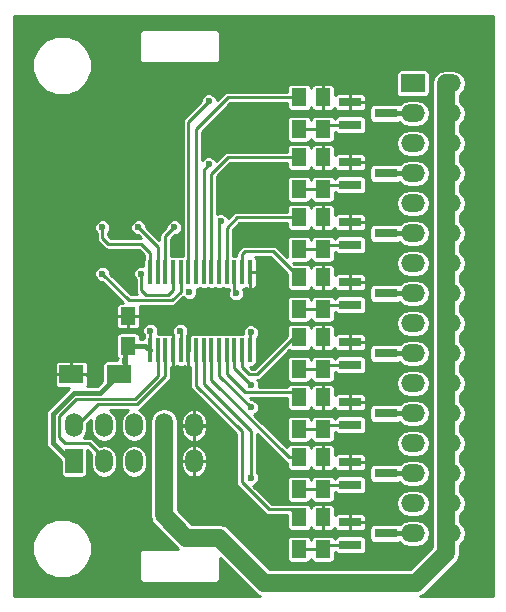
<source format=gbl>
G04 #@! TF.FileFunction,Copper,L2,Bot,Signal*
%FSLAX46Y46*%
G04 Gerber Fmt 4.6, Leading zero omitted, Abs format (unit mm)*
G04 Created by KiCad (PCBNEW 4.0.4-stable) date 12/22/16 08:10:22*
%MOMM*%
%LPD*%
G01*
G04 APERTURE LIST*
%ADD10C,0.100000*%
%ADD11O,2.000000X1.500000*%
%ADD12R,2.000000X1.500000*%
%ADD13O,1.500000X2.000000*%
%ADD14R,1.500000X2.000000*%
%ADD15R,1.250000X1.500000*%
%ADD16R,2.000000X1.600000*%
%ADD17R,0.400000X2.000000*%
%ADD18R,1.900000X0.800000*%
%ADD19R,1.300000X1.500000*%
%ADD20C,0.600000*%
%ADD21C,1.500000*%
%ADD22C,1.500000*%
%ADD23C,0.400000*%
%ADD24C,0.250000*%
G04 APERTURE END LIST*
D10*
D11*
X143768000Y-143256000D03*
X146808000Y-143256000D03*
X143768000Y-138176000D03*
X146808000Y-138176000D03*
X146808000Y-140716000D03*
X143768000Y-140716000D03*
X143768000Y-135636000D03*
X146808000Y-135636000D03*
X146808000Y-133096000D03*
X143768000Y-133096000D03*
X143768000Y-130556000D03*
X146808000Y-130556000D03*
X146808000Y-128016000D03*
X143768000Y-128016000D03*
X143768000Y-125476000D03*
X146808000Y-125476000D03*
X146808000Y-122936000D03*
X143768000Y-122936000D03*
X143768000Y-120396000D03*
X146808000Y-120396000D03*
X146808000Y-117856000D03*
X143768000Y-117856000D03*
X143768000Y-115316000D03*
X146808000Y-115316000D03*
X146808000Y-112776000D03*
X143768000Y-112776000D03*
D12*
X143768000Y-105156000D03*
D11*
X146808000Y-105156000D03*
X143768000Y-107696000D03*
X146808000Y-107696000D03*
X143768000Y-110236000D03*
X146808000Y-110236000D03*
D13*
X125222000Y-137156000D03*
X125222000Y-134116000D03*
X122682000Y-134116000D03*
X122682000Y-137156000D03*
D14*
X115062000Y-137156000D03*
D13*
X115062000Y-134116000D03*
X117602000Y-137156000D03*
X117602000Y-134116000D03*
X120142000Y-137156000D03*
X120142000Y-134116000D03*
D15*
X119634000Y-127361000D03*
X119634000Y-124861000D03*
D16*
X118840000Y-129794000D03*
X114840000Y-129794000D03*
D17*
X121505000Y-121160000D03*
X129955000Y-127760000D03*
X122155000Y-121160000D03*
X122805000Y-121160000D03*
X123455000Y-121160000D03*
X124105000Y-121160000D03*
X124755000Y-121160000D03*
X125405000Y-121160000D03*
X126055000Y-121160000D03*
X126705000Y-121160000D03*
X127355000Y-121160000D03*
X128005000Y-121160000D03*
X128655000Y-121160000D03*
X129305000Y-121160000D03*
X129955000Y-121160000D03*
X129305000Y-127760000D03*
X128655000Y-127760000D03*
X128005000Y-127760000D03*
X127355000Y-127760000D03*
X126705000Y-127760000D03*
X126055000Y-127760000D03*
X125405000Y-127760000D03*
X124755000Y-127760000D03*
X124105000Y-127760000D03*
X123455000Y-127760000D03*
X122805000Y-127760000D03*
X122155000Y-127760000D03*
X121505000Y-127760000D03*
D18*
X138454000Y-108646000D03*
X138454000Y-106746000D03*
X141454000Y-107696000D03*
X138454000Y-113726000D03*
X138454000Y-111826000D03*
X141454000Y-112776000D03*
X138454000Y-118806000D03*
X138454000Y-116906000D03*
X141454000Y-117856000D03*
X138454000Y-123886000D03*
X138454000Y-121986000D03*
X141454000Y-122936000D03*
X138454000Y-128966000D03*
X138454000Y-127066000D03*
X141454000Y-128016000D03*
X138454000Y-134046000D03*
X138454000Y-132146000D03*
X141454000Y-133096000D03*
X138454000Y-139126000D03*
X138454000Y-137226000D03*
X141454000Y-138176000D03*
X138454000Y-144206000D03*
X138454000Y-142306000D03*
X141454000Y-143256000D03*
D19*
X134112000Y-109046000D03*
X134112000Y-106346000D03*
X136144000Y-109046000D03*
X136144000Y-106346000D03*
X134112000Y-114126000D03*
X134112000Y-111426000D03*
X136144000Y-114126000D03*
X136144000Y-111426000D03*
X134112000Y-119206000D03*
X134112000Y-116506000D03*
X136144000Y-119206000D03*
X136144000Y-116506000D03*
X134112000Y-124286000D03*
X134112000Y-121586000D03*
X136144000Y-124286000D03*
X136144000Y-121586000D03*
X134112000Y-129366000D03*
X134112000Y-126666000D03*
X136144000Y-129366000D03*
X136144000Y-126666000D03*
X134112000Y-134446000D03*
X134112000Y-131746000D03*
X136144000Y-134446000D03*
X136144000Y-131746000D03*
X134112000Y-139526000D03*
X134112000Y-136826000D03*
X136144000Y-139526000D03*
X136144000Y-136826000D03*
X134112000Y-144606000D03*
X134112000Y-141906000D03*
X136144000Y-144606000D03*
X136144000Y-141906000D03*
D20*
X124841000Y-122809000D03*
D21*
X129540000Y-124587000D03*
X127508000Y-124587000D03*
X125603000Y-124587000D03*
X116078000Y-108458000D03*
X116078000Y-110363000D03*
X113030000Y-112268000D03*
X113030000Y-116078000D03*
D20*
X121539000Y-126111000D03*
X119380000Y-128651000D03*
X117475000Y-117348000D03*
X120523000Y-117348000D03*
X123571000Y-117348000D03*
X120777000Y-121285000D03*
X117475000Y-121285000D03*
X126492000Y-106680000D03*
X126492000Y-112014000D03*
X127508000Y-116840000D03*
X128778000Y-122936000D03*
X130048000Y-126238000D03*
X130048000Y-130683000D03*
X130048000Y-132588000D03*
X130048000Y-138557000D03*
X124079000Y-126111000D03*
D22*
X122682000Y-134366000D02*
X122682000Y-136906000D01*
X122682000Y-136906000D02*
X122682000Y-138684000D01*
X122682000Y-140462000D02*
X122682000Y-141732000D01*
X146558000Y-144907000D02*
X146558000Y-143256000D01*
X144018000Y-147447000D02*
X146558000Y-144907000D01*
X131191000Y-147447000D02*
X144018000Y-147447000D01*
X127381000Y-143637000D02*
X131191000Y-147447000D01*
X124587000Y-143637000D02*
X127381000Y-143637000D01*
X122682000Y-141732000D02*
X124587000Y-143637000D01*
X122682000Y-137922000D02*
X122682000Y-138684000D01*
X122682000Y-138684000D02*
X122682000Y-140462000D01*
X146558000Y-133096000D02*
X146558000Y-130556000D01*
X146558000Y-130556000D02*
X146558000Y-128016000D01*
X146558000Y-128016000D02*
X146558000Y-125476000D01*
X146558000Y-125476000D02*
X146558000Y-122936000D01*
X146558000Y-122936000D02*
X146558000Y-120396000D01*
X146558000Y-120396000D02*
X146558000Y-117856000D01*
X146558000Y-117856000D02*
X146558000Y-115316000D01*
X146558000Y-115316000D02*
X146558000Y-112776000D01*
X146558000Y-112776000D02*
X146558000Y-110236000D01*
X146558000Y-110236000D02*
X146558000Y-107696000D01*
X146558000Y-107696000D02*
X146558000Y-105156000D01*
X146558000Y-133096000D02*
X146558000Y-135636000D01*
X146558000Y-135636000D02*
X146558000Y-138176000D01*
X146558000Y-138176000D02*
X146558000Y-140716000D01*
X146558000Y-140716000D02*
X146558000Y-143256000D01*
D23*
X124755000Y-127760000D02*
X124755000Y-126578000D01*
X127508000Y-124587000D02*
X129540000Y-124587000D01*
X125603000Y-125730000D02*
X125603000Y-124587000D01*
X124755000Y-126578000D02*
X125603000Y-125730000D01*
X116078000Y-110363000D02*
X116078000Y-108458000D01*
X113030000Y-116078000D02*
X113030000Y-112268000D01*
X114055768Y-132343768D02*
X113266998Y-133132538D01*
X117275004Y-131358996D02*
X115040540Y-131358996D01*
X115040540Y-131358996D02*
X114055768Y-132343768D01*
X118840000Y-129794000D02*
X117275004Y-131358996D01*
X113266998Y-135618998D02*
X114554000Y-136906000D01*
X113266998Y-135345462D02*
X113266998Y-135618998D01*
X113266998Y-133132538D02*
X113266998Y-135345462D01*
X114554000Y-136906000D02*
X115062000Y-136906000D01*
X119380000Y-128651000D02*
X119380000Y-129254000D01*
X119380000Y-129254000D02*
X118840000Y-129794000D01*
D24*
X121505000Y-127760000D02*
X121505000Y-126145000D01*
X121505000Y-126145000D02*
X121539000Y-126111000D01*
D23*
X119380000Y-128651000D02*
X119380000Y-127615000D01*
X121505000Y-127760000D02*
X121106000Y-127361000D01*
X121106000Y-127361000D02*
X119634000Y-127361000D01*
X119380000Y-127615000D02*
X119634000Y-127361000D01*
D24*
X122805000Y-127760000D02*
X122805000Y-129925000D01*
X117094000Y-132334000D02*
X115062000Y-134366000D01*
X120396000Y-132334000D02*
X117094000Y-132334000D01*
X122805000Y-129925000D02*
X120396000Y-132334000D01*
D23*
X144018000Y-112776000D02*
X141454000Y-112776000D01*
X144018000Y-107696000D02*
X141454000Y-107696000D01*
D24*
X121505000Y-119473000D02*
X121505000Y-121160000D01*
X120777000Y-118745000D02*
X121505000Y-119473000D01*
X117983000Y-118745000D02*
X120777000Y-118745000D01*
X117475000Y-118237000D02*
X117983000Y-118745000D01*
X117475000Y-117348000D02*
X117475000Y-118237000D01*
X122155000Y-118980000D02*
X122155000Y-121160000D01*
X120523000Y-117348000D02*
X122155000Y-118980000D01*
X122805000Y-118114000D02*
X122805000Y-121160000D01*
X123571000Y-117348000D02*
X122805000Y-118114000D01*
X123455000Y-122671000D02*
X123455000Y-121160000D01*
X123063000Y-123063000D02*
X123455000Y-122671000D01*
X121158000Y-123063000D02*
X123063000Y-123063000D01*
X120777000Y-122682000D02*
X121158000Y-123063000D01*
X120777000Y-121285000D02*
X120777000Y-122682000D01*
X124105000Y-122783000D02*
X124105000Y-121160000D01*
X123374998Y-123513002D02*
X124105000Y-122783000D01*
X119703002Y-123513002D02*
X123374998Y-123513002D01*
X117475000Y-121285000D02*
X119703002Y-123513002D01*
X122155000Y-127760000D02*
X122155000Y-129938602D01*
X116332000Y-135636000D02*
X117602000Y-136906000D01*
X114300000Y-135636000D02*
X116332000Y-135636000D01*
X113792000Y-135128000D02*
X114300000Y-135636000D01*
X113792000Y-133350000D02*
X113792000Y-135128000D01*
X115258002Y-131883998D02*
X113792000Y-133350000D01*
X120209604Y-131883998D02*
X115258002Y-131883998D01*
X122155000Y-129938602D02*
X120209604Y-131883998D01*
D23*
X144018000Y-143256000D02*
X141454000Y-143256000D01*
X144018000Y-138176000D02*
X141454000Y-138176000D01*
X144018000Y-133096000D02*
X141454000Y-133096000D01*
X144018000Y-128016000D02*
X141454000Y-128016000D01*
X144018000Y-122936000D02*
X141454000Y-122936000D01*
X144018000Y-117856000D02*
X141454000Y-117856000D01*
D24*
X124755000Y-108417000D02*
X124755000Y-121160000D01*
X126492000Y-106680000D02*
X124755000Y-108417000D01*
X134112000Y-106346000D02*
X128096000Y-106346000D01*
X125405000Y-109037000D02*
X125405000Y-121160000D01*
X128096000Y-106346000D02*
X125405000Y-109037000D01*
X126055000Y-112451000D02*
X126055000Y-121160000D01*
X126492000Y-112014000D02*
X126055000Y-112451000D01*
X134112000Y-111426000D02*
X128096000Y-111426000D01*
X126705000Y-112817000D02*
X126705000Y-121160000D01*
X128096000Y-111426000D02*
X126705000Y-112817000D01*
X127355000Y-116993000D02*
X127355000Y-121160000D01*
X127508000Y-116840000D02*
X127355000Y-116993000D01*
X134112000Y-116506000D02*
X128858000Y-116506000D01*
X128005000Y-117359000D02*
X128005000Y-121160000D01*
X128858000Y-116506000D02*
X128005000Y-117359000D01*
X128655000Y-122813000D02*
X128655000Y-121160000D01*
X128778000Y-122936000D02*
X128655000Y-122813000D01*
X129305000Y-121160000D02*
X129305000Y-119615000D01*
X131906000Y-119380000D02*
X134112000Y-121586000D01*
X129540000Y-119380000D02*
X131906000Y-119380000D01*
X129305000Y-119615000D02*
X129540000Y-119380000D01*
X130048000Y-126238000D02*
X129955000Y-126331000D01*
X129955000Y-126331000D02*
X129955000Y-127760000D01*
X134112000Y-126666000D02*
X133684000Y-126666000D01*
X133684000Y-126666000D02*
X130556000Y-129794000D01*
X130556000Y-129794000D02*
X129921000Y-129794000D01*
X129921000Y-129794000D02*
X129305000Y-129178000D01*
X129305000Y-129178000D02*
X129305000Y-127760000D01*
X128655000Y-127760000D02*
X128655000Y-129290000D01*
X128655000Y-129290000D02*
X130048000Y-130683000D01*
X128005000Y-127760000D02*
X128005000Y-129783000D01*
X129540000Y-131318000D02*
X133684000Y-131318000D01*
X128005000Y-129783000D02*
X129540000Y-131318000D01*
X133684000Y-131318000D02*
X134112000Y-131746000D01*
X127355000Y-129895000D02*
X127355000Y-127760000D01*
X130048000Y-132588000D02*
X127355000Y-129895000D01*
X126705000Y-127760000D02*
X126705000Y-130261000D01*
X133270000Y-136826000D02*
X134112000Y-136826000D01*
X126705000Y-130261000D02*
X133270000Y-136826000D01*
X126055000Y-127760000D02*
X126055000Y-130627000D01*
X130048000Y-134620000D02*
X130048000Y-138557000D01*
X126055000Y-130627000D02*
X130048000Y-134620000D01*
X125405000Y-127760000D02*
X125405000Y-130739000D01*
X133430000Y-141224000D02*
X134112000Y-141906000D01*
X131572000Y-141224000D02*
X133430000Y-141224000D01*
X129286000Y-138938000D02*
X131572000Y-141224000D01*
X129286000Y-134620000D02*
X129286000Y-138938000D01*
X125405000Y-130739000D02*
X129286000Y-134620000D01*
X124105000Y-127760000D02*
X124105000Y-126137000D01*
X124105000Y-126137000D02*
X124079000Y-126111000D01*
X136144000Y-109046000D02*
X134112000Y-109046000D01*
X138454000Y-108646000D02*
X136544000Y-108646000D01*
X136544000Y-108646000D02*
X136144000Y-109046000D01*
X136144000Y-114126000D02*
X134112000Y-114126000D01*
X138454000Y-113726000D02*
X136544000Y-113726000D01*
X136544000Y-113726000D02*
X136144000Y-114126000D01*
X136144000Y-119206000D02*
X134112000Y-119206000D01*
X138454000Y-118806000D02*
X136544000Y-118806000D01*
X136544000Y-118806000D02*
X136144000Y-119206000D01*
X136144000Y-124286000D02*
X134112000Y-124286000D01*
X138454000Y-123886000D02*
X136544000Y-123886000D01*
X136544000Y-123886000D02*
X136144000Y-124286000D01*
X136144000Y-129366000D02*
X134112000Y-129366000D01*
X138454000Y-128966000D02*
X136544000Y-128966000D01*
X136544000Y-128966000D02*
X136144000Y-129366000D01*
X136144000Y-134446000D02*
X134112000Y-134446000D01*
X138454000Y-134046000D02*
X136544000Y-134046000D01*
X136544000Y-134046000D02*
X136144000Y-134446000D01*
X136144000Y-139526000D02*
X134112000Y-139526000D01*
X138454000Y-139126000D02*
X136544000Y-139126000D01*
X136544000Y-139126000D02*
X136144000Y-139526000D01*
X134112000Y-144606000D02*
X136144000Y-144606000D01*
X138454000Y-144206000D02*
X136544000Y-144206000D01*
X136544000Y-144206000D02*
X136144000Y-144606000D01*
G36*
X150550000Y-148550000D02*
X144379967Y-148550000D01*
X144467653Y-148532558D01*
X144848850Y-148277850D01*
X147388850Y-145737851D01*
X147643558Y-145356653D01*
X147651207Y-145318198D01*
X147733000Y-144907000D01*
X147733000Y-144209639D01*
X147916767Y-144086850D01*
X148171475Y-143705653D01*
X148260917Y-143256000D01*
X148171475Y-142806347D01*
X147916767Y-142425150D01*
X147733000Y-142302361D01*
X147733000Y-141669639D01*
X147916767Y-141546850D01*
X148171475Y-141165653D01*
X148260917Y-140716000D01*
X148171475Y-140266347D01*
X147916767Y-139885150D01*
X147733000Y-139762361D01*
X147733000Y-139129639D01*
X147916767Y-139006850D01*
X148171475Y-138625653D01*
X148260917Y-138176000D01*
X148171475Y-137726347D01*
X147916767Y-137345150D01*
X147733000Y-137222361D01*
X147733000Y-136589639D01*
X147916767Y-136466850D01*
X148171475Y-136085653D01*
X148260917Y-135636000D01*
X148171475Y-135186347D01*
X147916767Y-134805150D01*
X147733000Y-134682361D01*
X147733000Y-134049639D01*
X147916767Y-133926850D01*
X148171475Y-133545653D01*
X148260917Y-133096000D01*
X148171475Y-132646347D01*
X147916767Y-132265150D01*
X147733000Y-132142361D01*
X147733000Y-131509639D01*
X147916767Y-131386850D01*
X148171475Y-131005653D01*
X148260917Y-130556000D01*
X148171475Y-130106347D01*
X147916767Y-129725150D01*
X147733000Y-129602361D01*
X147733000Y-128969639D01*
X147916767Y-128846850D01*
X148171475Y-128465653D01*
X148260917Y-128016000D01*
X148171475Y-127566347D01*
X147916767Y-127185150D01*
X147733000Y-127062361D01*
X147733000Y-126429639D01*
X147916767Y-126306850D01*
X148171475Y-125925653D01*
X148260917Y-125476000D01*
X148171475Y-125026347D01*
X147916767Y-124645150D01*
X147733000Y-124522361D01*
X147733000Y-123889639D01*
X147916767Y-123766850D01*
X148171475Y-123385653D01*
X148260917Y-122936000D01*
X148171475Y-122486347D01*
X147916767Y-122105150D01*
X147733000Y-121982361D01*
X147733000Y-121349639D01*
X147916767Y-121226850D01*
X148171475Y-120845653D01*
X148260917Y-120396000D01*
X148171475Y-119946347D01*
X147916767Y-119565150D01*
X147733000Y-119442361D01*
X147733000Y-118809639D01*
X147916767Y-118686850D01*
X148171475Y-118305653D01*
X148260917Y-117856000D01*
X148171475Y-117406347D01*
X147916767Y-117025150D01*
X147733000Y-116902361D01*
X147733000Y-116269639D01*
X147916767Y-116146850D01*
X148171475Y-115765653D01*
X148260917Y-115316000D01*
X148171475Y-114866347D01*
X147916767Y-114485150D01*
X147733000Y-114362361D01*
X147733000Y-113729639D01*
X147916767Y-113606850D01*
X148171475Y-113225653D01*
X148260917Y-112776000D01*
X148171475Y-112326347D01*
X147916767Y-111945150D01*
X147733000Y-111822361D01*
X147733000Y-111189639D01*
X147916767Y-111066850D01*
X148171475Y-110685653D01*
X148260917Y-110236000D01*
X148171475Y-109786347D01*
X147916767Y-109405150D01*
X147733000Y-109282361D01*
X147733000Y-108649639D01*
X147916767Y-108526850D01*
X148171475Y-108145653D01*
X148260917Y-107696000D01*
X148171475Y-107246347D01*
X147916767Y-106865150D01*
X147733000Y-106742361D01*
X147733000Y-106109639D01*
X147916767Y-105986850D01*
X148171475Y-105605653D01*
X148260917Y-105156000D01*
X148171475Y-104706347D01*
X147916767Y-104325150D01*
X147535570Y-104070442D01*
X147085917Y-103981000D01*
X146530083Y-103981000D01*
X146080430Y-104070442D01*
X145699233Y-104325150D01*
X145444525Y-104706347D01*
X145355083Y-105156000D01*
X145383000Y-105296348D01*
X145383000Y-107555652D01*
X145355083Y-107696000D01*
X145383000Y-107836348D01*
X145383000Y-110095652D01*
X145355083Y-110236000D01*
X145383000Y-110376348D01*
X145383000Y-112635652D01*
X145355083Y-112776000D01*
X145383000Y-112916348D01*
X145383000Y-115175652D01*
X145355083Y-115316000D01*
X145383000Y-115456348D01*
X145383000Y-117715652D01*
X145355083Y-117856000D01*
X145383000Y-117996348D01*
X145383000Y-120255652D01*
X145355083Y-120396000D01*
X145383000Y-120536348D01*
X145383000Y-122795652D01*
X145355083Y-122936000D01*
X145383000Y-123076348D01*
X145383000Y-125335652D01*
X145355083Y-125476000D01*
X145383000Y-125616348D01*
X145383000Y-127875652D01*
X145355083Y-128016000D01*
X145383000Y-128156348D01*
X145383000Y-130415652D01*
X145355083Y-130556000D01*
X145383000Y-130696348D01*
X145383000Y-132955652D01*
X145355083Y-133096000D01*
X145383000Y-133236348D01*
X145383000Y-135495652D01*
X145355083Y-135636000D01*
X145383000Y-135776348D01*
X145383000Y-138035652D01*
X145355083Y-138176000D01*
X145383000Y-138316348D01*
X145383000Y-140575652D01*
X145355083Y-140716000D01*
X145383000Y-140856348D01*
X145383000Y-143115652D01*
X145355083Y-143256000D01*
X145383000Y-143396348D01*
X145383000Y-144420299D01*
X143531300Y-146272000D01*
X131677701Y-146272000D01*
X129261701Y-143856000D01*
X133079654Y-143856000D01*
X133079654Y-145356000D01*
X133105802Y-145494966D01*
X133187931Y-145622599D01*
X133313246Y-145708223D01*
X133462000Y-145738346D01*
X134762000Y-145738346D01*
X134900966Y-145712198D01*
X135028599Y-145630069D01*
X135114223Y-145504754D01*
X135127400Y-145439683D01*
X135137802Y-145494966D01*
X135219931Y-145622599D01*
X135345246Y-145708223D01*
X135494000Y-145738346D01*
X136794000Y-145738346D01*
X136932966Y-145712198D01*
X137060599Y-145630069D01*
X137146223Y-145504754D01*
X137176346Y-145356000D01*
X137176346Y-144789325D01*
X137229931Y-144872599D01*
X137355246Y-144958223D01*
X137504000Y-144988346D01*
X139404000Y-144988346D01*
X139542966Y-144962198D01*
X139670599Y-144880069D01*
X139756223Y-144754754D01*
X139786346Y-144606000D01*
X139786346Y-143806000D01*
X139760198Y-143667034D01*
X139678069Y-143539401D01*
X139552754Y-143453777D01*
X139404000Y-143423654D01*
X137504000Y-143423654D01*
X137365034Y-143449802D01*
X137237401Y-143531931D01*
X137151777Y-143657246D01*
X137142190Y-143704589D01*
X137068069Y-143589401D01*
X136942754Y-143503777D01*
X136794000Y-143473654D01*
X135494000Y-143473654D01*
X135355034Y-143499802D01*
X135227401Y-143581931D01*
X135141777Y-143707246D01*
X135128600Y-143772317D01*
X135118198Y-143717034D01*
X135036069Y-143589401D01*
X134910754Y-143503777D01*
X134762000Y-143473654D01*
X133462000Y-143473654D01*
X133323034Y-143499802D01*
X133195401Y-143581931D01*
X133109777Y-143707246D01*
X133079654Y-143856000D01*
X129261701Y-143856000D01*
X128211850Y-142806150D01*
X127830653Y-142551442D01*
X127381000Y-142462000D01*
X125073701Y-142462000D01*
X123857000Y-141245300D01*
X123857000Y-137161000D01*
X124097000Y-137161000D01*
X124097000Y-137411000D01*
X124184549Y-137841138D01*
X124430040Y-138205030D01*
X124796100Y-138447277D01*
X125041075Y-138516356D01*
X125217000Y-138437238D01*
X125217000Y-137161000D01*
X125227000Y-137161000D01*
X125227000Y-138437238D01*
X125402925Y-138516356D01*
X125647900Y-138447277D01*
X126013960Y-138205030D01*
X126259451Y-137841138D01*
X126347000Y-137411000D01*
X126347000Y-137161000D01*
X125227000Y-137161000D01*
X125217000Y-137161000D01*
X124097000Y-137161000D01*
X123857000Y-137161000D01*
X123857000Y-136901000D01*
X124097000Y-136901000D01*
X124097000Y-137151000D01*
X125217000Y-137151000D01*
X125217000Y-135874762D01*
X125227000Y-135874762D01*
X125227000Y-137151000D01*
X126347000Y-137151000D01*
X126347000Y-136901000D01*
X126259451Y-136470862D01*
X126013960Y-136106970D01*
X125647900Y-135864723D01*
X125402925Y-135795644D01*
X125227000Y-135874762D01*
X125217000Y-135874762D01*
X125041075Y-135795644D01*
X124796100Y-135864723D01*
X124430040Y-136106970D01*
X124184549Y-136470862D01*
X124097000Y-136901000D01*
X123857000Y-136901000D01*
X123857000Y-134121000D01*
X124097000Y-134121000D01*
X124097000Y-134371000D01*
X124184549Y-134801138D01*
X124430040Y-135165030D01*
X124796100Y-135407277D01*
X125041075Y-135476356D01*
X125217000Y-135397238D01*
X125217000Y-134121000D01*
X125227000Y-134121000D01*
X125227000Y-135397238D01*
X125402925Y-135476356D01*
X125647900Y-135407277D01*
X126013960Y-135165030D01*
X126259451Y-134801138D01*
X126347000Y-134371000D01*
X126347000Y-134121000D01*
X125227000Y-134121000D01*
X125217000Y-134121000D01*
X124097000Y-134121000D01*
X123857000Y-134121000D01*
X123857000Y-133861000D01*
X124097000Y-133861000D01*
X124097000Y-134111000D01*
X125217000Y-134111000D01*
X125217000Y-132834762D01*
X125227000Y-132834762D01*
X125227000Y-134111000D01*
X126347000Y-134111000D01*
X126347000Y-133861000D01*
X126259451Y-133430862D01*
X126013960Y-133066970D01*
X125647900Y-132824723D01*
X125402925Y-132755644D01*
X125227000Y-132834762D01*
X125217000Y-132834762D01*
X125041075Y-132755644D01*
X124796100Y-132824723D01*
X124430040Y-133066970D01*
X124184549Y-133430862D01*
X124097000Y-133861000D01*
X123857000Y-133861000D01*
X123857000Y-133838083D01*
X123767558Y-133388430D01*
X123512850Y-133007233D01*
X123131653Y-132752525D01*
X122682000Y-132663083D01*
X122232347Y-132752525D01*
X121851150Y-133007233D01*
X121596442Y-133388430D01*
X121507000Y-133838083D01*
X121507000Y-141732000D01*
X121594212Y-142170442D01*
X121596442Y-142181653D01*
X121851150Y-142562850D01*
X123756150Y-144467851D01*
X123879095Y-144550000D01*
X121000000Y-144550000D01*
X120827792Y-144584254D01*
X120681802Y-144681802D01*
X120584254Y-144827792D01*
X120550000Y-145000000D01*
X120550000Y-147000000D01*
X120584254Y-147172208D01*
X120681802Y-147318198D01*
X120827792Y-147415746D01*
X121000000Y-147450000D01*
X127000000Y-147450000D01*
X127172208Y-147415746D01*
X127318198Y-147318198D01*
X127415746Y-147172208D01*
X127450000Y-147000000D01*
X127450000Y-145367700D01*
X130360150Y-148277851D01*
X130741347Y-148532558D01*
X130829033Y-148550000D01*
X109950000Y-148550000D01*
X109950000Y-145026050D01*
X111520562Y-145026050D01*
X111904161Y-145954429D01*
X112613835Y-146665343D01*
X113541543Y-147050561D01*
X114546050Y-147051438D01*
X115474429Y-146667839D01*
X116185343Y-145958165D01*
X116570561Y-145030457D01*
X116571438Y-144025950D01*
X116187839Y-143097571D01*
X115478165Y-142386657D01*
X114550457Y-142001439D01*
X113545950Y-142000562D01*
X112617571Y-142384161D01*
X111906657Y-143093835D01*
X111521439Y-144021543D01*
X111520562Y-145026050D01*
X109950000Y-145026050D01*
X109950000Y-133132538D01*
X112691998Y-133132538D01*
X112691998Y-135618998D01*
X112733440Y-135827341D01*
X112735767Y-135839041D01*
X112860412Y-136025584D01*
X113929654Y-137094827D01*
X113929654Y-138156000D01*
X113955802Y-138294966D01*
X114037931Y-138422599D01*
X114163246Y-138508223D01*
X114312000Y-138538346D01*
X115812000Y-138538346D01*
X115950966Y-138512198D01*
X116078599Y-138430069D01*
X116164223Y-138304754D01*
X116194346Y-138156000D01*
X116194346Y-136205452D01*
X116541864Y-136552970D01*
X116477000Y-136879062D01*
X116477000Y-137432938D01*
X116562636Y-137863457D01*
X116806505Y-138228433D01*
X117171481Y-138472302D01*
X117602000Y-138557938D01*
X118032519Y-138472302D01*
X118397495Y-138228433D01*
X118641364Y-137863457D01*
X118727000Y-137432938D01*
X118727000Y-136879062D01*
X119017000Y-136879062D01*
X119017000Y-137432938D01*
X119102636Y-137863457D01*
X119346505Y-138228433D01*
X119711481Y-138472302D01*
X120142000Y-138557938D01*
X120572519Y-138472302D01*
X120937495Y-138228433D01*
X121181364Y-137863457D01*
X121267000Y-137432938D01*
X121267000Y-136879062D01*
X121181364Y-136448543D01*
X120937495Y-136083567D01*
X120572519Y-135839698D01*
X120142000Y-135754062D01*
X119711481Y-135839698D01*
X119346505Y-136083567D01*
X119102636Y-136448543D01*
X119017000Y-136879062D01*
X118727000Y-136879062D01*
X118641364Y-136448543D01*
X118397495Y-136083567D01*
X118032519Y-135839698D01*
X117602000Y-135754062D01*
X117230971Y-135827865D01*
X116685553Y-135282447D01*
X116523342Y-135174060D01*
X116332000Y-135136000D01*
X115892530Y-135136000D01*
X116101364Y-134823457D01*
X116187000Y-134392938D01*
X116187000Y-133948106D01*
X116521932Y-133613174D01*
X116477000Y-133839062D01*
X116477000Y-134392938D01*
X116562636Y-134823457D01*
X116806505Y-135188433D01*
X117171481Y-135432302D01*
X117602000Y-135517938D01*
X118032519Y-135432302D01*
X118397495Y-135188433D01*
X118641364Y-134823457D01*
X118727000Y-134392938D01*
X118727000Y-133839062D01*
X118641364Y-133408543D01*
X118397495Y-133043567D01*
X118083856Y-132834000D01*
X119660144Y-132834000D01*
X119346505Y-133043567D01*
X119102636Y-133408543D01*
X119017000Y-133839062D01*
X119017000Y-134392938D01*
X119102636Y-134823457D01*
X119346505Y-135188433D01*
X119711481Y-135432302D01*
X120142000Y-135517938D01*
X120572519Y-135432302D01*
X120937495Y-135188433D01*
X121181364Y-134823457D01*
X121267000Y-134392938D01*
X121267000Y-133839062D01*
X121181364Y-133408543D01*
X120937495Y-133043567D01*
X120572519Y-132799698D01*
X120570484Y-132799293D01*
X120587342Y-132795940D01*
X120749553Y-132687553D01*
X123158553Y-130278554D01*
X123266940Y-130116342D01*
X123288467Y-130008117D01*
X123305000Y-129925000D01*
X123305000Y-129135000D01*
X123356250Y-129135000D01*
X123450000Y-129041250D01*
X123450000Y-127765000D01*
X123430000Y-127765000D01*
X123430000Y-127755000D01*
X123450000Y-127755000D01*
X123450000Y-126478750D01*
X123356250Y-126385000D01*
X123180408Y-126385000D01*
X123134723Y-126403923D01*
X123005000Y-126377654D01*
X122605000Y-126377654D01*
X122475411Y-126402038D01*
X122355000Y-126377654D01*
X122159155Y-126377654D01*
X122213883Y-126245855D01*
X122213884Y-126244677D01*
X123403883Y-126244677D01*
X123488729Y-126450021D01*
X123460000Y-126478750D01*
X123460000Y-127755000D01*
X123480000Y-127755000D01*
X123480000Y-127765000D01*
X123460000Y-127765000D01*
X123460000Y-129041250D01*
X123553750Y-129135000D01*
X123729592Y-129135000D01*
X123775277Y-129116077D01*
X123905000Y-129142346D01*
X124305000Y-129142346D01*
X124437811Y-129117356D01*
X124480408Y-129135000D01*
X124656250Y-129135000D01*
X124750000Y-129041250D01*
X124750000Y-127765000D01*
X124730000Y-127765000D01*
X124730000Y-127755000D01*
X124750000Y-127755000D01*
X124750000Y-126478750D01*
X124760000Y-126478750D01*
X124760000Y-127755000D01*
X124780000Y-127755000D01*
X124780000Y-127765000D01*
X124760000Y-127765000D01*
X124760000Y-129041250D01*
X124853750Y-129135000D01*
X124905000Y-129135000D01*
X124905000Y-130739000D01*
X124931921Y-130874341D01*
X124943060Y-130930342D01*
X125051447Y-131092553D01*
X128786000Y-134827107D01*
X128786000Y-138938000D01*
X128811075Y-139064060D01*
X128824060Y-139129342D01*
X128932447Y-139291553D01*
X131218446Y-141577553D01*
X131380658Y-141685940D01*
X131572000Y-141724000D01*
X133079654Y-141724000D01*
X133079654Y-142656000D01*
X133105802Y-142794966D01*
X133187931Y-142922599D01*
X133313246Y-143008223D01*
X133462000Y-143038346D01*
X134762000Y-143038346D01*
X134900966Y-143012198D01*
X135028599Y-142930069D01*
X135114223Y-142804754D01*
X135125878Y-142747198D01*
X135176090Y-142868420D01*
X135281579Y-142973910D01*
X135419408Y-143031000D01*
X136045250Y-143031000D01*
X136139000Y-142937250D01*
X136139000Y-141911000D01*
X136119000Y-141911000D01*
X136119000Y-141901000D01*
X136139000Y-141901000D01*
X136139000Y-140874750D01*
X136149000Y-140874750D01*
X136149000Y-141901000D01*
X136169000Y-141901000D01*
X136169000Y-141911000D01*
X136149000Y-141911000D01*
X136149000Y-142937250D01*
X136242750Y-143031000D01*
X136868592Y-143031000D01*
X137006421Y-142973910D01*
X137111910Y-142868420D01*
X137138645Y-142803877D01*
X137186090Y-142918421D01*
X137291580Y-143023910D01*
X137429408Y-143081000D01*
X138355250Y-143081000D01*
X138449000Y-142987250D01*
X138449000Y-142311000D01*
X138459000Y-142311000D01*
X138459000Y-142987250D01*
X138552750Y-143081000D01*
X139478592Y-143081000D01*
X139616420Y-143023910D01*
X139721910Y-142918421D01*
X139747765Y-142856000D01*
X140070674Y-142856000D01*
X140070674Y-143656000D01*
X140100309Y-143813496D01*
X140193389Y-143958146D01*
X140335412Y-144055186D01*
X140504000Y-144089326D01*
X142404000Y-144089326D01*
X142561496Y-144059691D01*
X142617155Y-144023875D01*
X142659233Y-144086850D01*
X143040430Y-144341558D01*
X143490083Y-144431000D01*
X144045917Y-144431000D01*
X144495570Y-144341558D01*
X144876767Y-144086850D01*
X145131475Y-143705653D01*
X145220917Y-143256000D01*
X145131475Y-142806347D01*
X144876767Y-142425150D01*
X144495570Y-142170442D01*
X144045917Y-142081000D01*
X143490083Y-142081000D01*
X143040430Y-142170442D01*
X142659233Y-142425150D01*
X142617549Y-142487534D01*
X142572588Y-142456814D01*
X142404000Y-142422674D01*
X140504000Y-142422674D01*
X140346504Y-142452309D01*
X140201854Y-142545389D01*
X140104814Y-142687412D01*
X140070674Y-142856000D01*
X139747765Y-142856000D01*
X139779000Y-142780592D01*
X139779000Y-142404750D01*
X139685250Y-142311000D01*
X138459000Y-142311000D01*
X138449000Y-142311000D01*
X138429000Y-142311000D01*
X138429000Y-142301000D01*
X138449000Y-142301000D01*
X138449000Y-141624750D01*
X138459000Y-141624750D01*
X138459000Y-142301000D01*
X139685250Y-142301000D01*
X139779000Y-142207250D01*
X139779000Y-141831408D01*
X139721910Y-141693579D01*
X139616420Y-141588090D01*
X139478592Y-141531000D01*
X138552750Y-141531000D01*
X138459000Y-141624750D01*
X138449000Y-141624750D01*
X138355250Y-141531000D01*
X137429408Y-141531000D01*
X137291580Y-141588090D01*
X137186090Y-141693579D01*
X137169000Y-141734838D01*
X137169000Y-141081408D01*
X137111910Y-140943580D01*
X137006421Y-140838090D01*
X136868592Y-140781000D01*
X136242750Y-140781000D01*
X136149000Y-140874750D01*
X136139000Y-140874750D01*
X136045250Y-140781000D01*
X135419408Y-140781000D01*
X135281579Y-140838090D01*
X135176090Y-140943580D01*
X135126778Y-141062631D01*
X135118198Y-141017034D01*
X135036069Y-140889401D01*
X134910754Y-140803777D01*
X134762000Y-140773654D01*
X133638693Y-140773654D01*
X133621342Y-140762060D01*
X133430000Y-140724000D01*
X131779107Y-140724000D01*
X131771107Y-140716000D01*
X142315083Y-140716000D01*
X142404525Y-141165653D01*
X142659233Y-141546850D01*
X143040430Y-141801558D01*
X143490083Y-141891000D01*
X144045917Y-141891000D01*
X144495570Y-141801558D01*
X144876767Y-141546850D01*
X145131475Y-141165653D01*
X145220917Y-140716000D01*
X145131475Y-140266347D01*
X144876767Y-139885150D01*
X144495570Y-139630442D01*
X144045917Y-139541000D01*
X143490083Y-139541000D01*
X143040430Y-139630442D01*
X142659233Y-139885150D01*
X142404525Y-140266347D01*
X142315083Y-140716000D01*
X131771107Y-140716000D01*
X130256363Y-139201257D01*
X130429857Y-139129571D01*
X130619903Y-138939856D01*
X130687942Y-138776000D01*
X133079654Y-138776000D01*
X133079654Y-140276000D01*
X133105802Y-140414966D01*
X133187931Y-140542599D01*
X133313246Y-140628223D01*
X133462000Y-140658346D01*
X134762000Y-140658346D01*
X134900966Y-140632198D01*
X135028599Y-140550069D01*
X135114223Y-140424754D01*
X135127400Y-140359683D01*
X135137802Y-140414966D01*
X135219931Y-140542599D01*
X135345246Y-140628223D01*
X135494000Y-140658346D01*
X136794000Y-140658346D01*
X136932966Y-140632198D01*
X137060599Y-140550069D01*
X137146223Y-140424754D01*
X137176346Y-140276000D01*
X137176346Y-139709325D01*
X137229931Y-139792599D01*
X137355246Y-139878223D01*
X137504000Y-139908346D01*
X139404000Y-139908346D01*
X139542966Y-139882198D01*
X139670599Y-139800069D01*
X139756223Y-139674754D01*
X139786346Y-139526000D01*
X139786346Y-138726000D01*
X139760198Y-138587034D01*
X139678069Y-138459401D01*
X139552754Y-138373777D01*
X139404000Y-138343654D01*
X137504000Y-138343654D01*
X137365034Y-138369802D01*
X137237401Y-138451931D01*
X137151777Y-138577246D01*
X137142190Y-138624589D01*
X137068069Y-138509401D01*
X136942754Y-138423777D01*
X136794000Y-138393654D01*
X135494000Y-138393654D01*
X135355034Y-138419802D01*
X135227401Y-138501931D01*
X135141777Y-138627246D01*
X135128600Y-138692317D01*
X135118198Y-138637034D01*
X135036069Y-138509401D01*
X134910754Y-138423777D01*
X134762000Y-138393654D01*
X133462000Y-138393654D01*
X133323034Y-138419802D01*
X133195401Y-138501931D01*
X133109777Y-138627246D01*
X133079654Y-138776000D01*
X130687942Y-138776000D01*
X130722883Y-138691855D01*
X130723117Y-138423323D01*
X130620571Y-138175143D01*
X130548000Y-138102445D01*
X130548000Y-134811106D01*
X132916447Y-137179553D01*
X133078658Y-137287940D01*
X133079654Y-137288138D01*
X133079654Y-137576000D01*
X133105802Y-137714966D01*
X133187931Y-137842599D01*
X133313246Y-137928223D01*
X133462000Y-137958346D01*
X134762000Y-137958346D01*
X134900966Y-137932198D01*
X135028599Y-137850069D01*
X135114223Y-137724754D01*
X135125878Y-137667198D01*
X135176090Y-137788420D01*
X135281579Y-137893910D01*
X135419408Y-137951000D01*
X136045250Y-137951000D01*
X136139000Y-137857250D01*
X136139000Y-136831000D01*
X136119000Y-136831000D01*
X136119000Y-136821000D01*
X136139000Y-136821000D01*
X136139000Y-135794750D01*
X136149000Y-135794750D01*
X136149000Y-136821000D01*
X136169000Y-136821000D01*
X136169000Y-136831000D01*
X136149000Y-136831000D01*
X136149000Y-137857250D01*
X136242750Y-137951000D01*
X136868592Y-137951000D01*
X137006421Y-137893910D01*
X137111910Y-137788420D01*
X137138645Y-137723877D01*
X137186090Y-137838421D01*
X137291580Y-137943910D01*
X137429408Y-138001000D01*
X138355250Y-138001000D01*
X138449000Y-137907250D01*
X138449000Y-137231000D01*
X138459000Y-137231000D01*
X138459000Y-137907250D01*
X138552750Y-138001000D01*
X139478592Y-138001000D01*
X139616420Y-137943910D01*
X139721910Y-137838421D01*
X139747765Y-137776000D01*
X140070674Y-137776000D01*
X140070674Y-138576000D01*
X140100309Y-138733496D01*
X140193389Y-138878146D01*
X140335412Y-138975186D01*
X140504000Y-139009326D01*
X142404000Y-139009326D01*
X142561496Y-138979691D01*
X142617155Y-138943875D01*
X142659233Y-139006850D01*
X143040430Y-139261558D01*
X143490083Y-139351000D01*
X144045917Y-139351000D01*
X144495570Y-139261558D01*
X144876767Y-139006850D01*
X145131475Y-138625653D01*
X145220917Y-138176000D01*
X145131475Y-137726347D01*
X144876767Y-137345150D01*
X144495570Y-137090442D01*
X144045917Y-137001000D01*
X143490083Y-137001000D01*
X143040430Y-137090442D01*
X142659233Y-137345150D01*
X142617549Y-137407534D01*
X142572588Y-137376814D01*
X142404000Y-137342674D01*
X140504000Y-137342674D01*
X140346504Y-137372309D01*
X140201854Y-137465389D01*
X140104814Y-137607412D01*
X140070674Y-137776000D01*
X139747765Y-137776000D01*
X139779000Y-137700592D01*
X139779000Y-137324750D01*
X139685250Y-137231000D01*
X138459000Y-137231000D01*
X138449000Y-137231000D01*
X138429000Y-137231000D01*
X138429000Y-137221000D01*
X138449000Y-137221000D01*
X138449000Y-136544750D01*
X138459000Y-136544750D01*
X138459000Y-137221000D01*
X139685250Y-137221000D01*
X139779000Y-137127250D01*
X139779000Y-136751408D01*
X139721910Y-136613579D01*
X139616420Y-136508090D01*
X139478592Y-136451000D01*
X138552750Y-136451000D01*
X138459000Y-136544750D01*
X138449000Y-136544750D01*
X138355250Y-136451000D01*
X137429408Y-136451000D01*
X137291580Y-136508090D01*
X137186090Y-136613579D01*
X137169000Y-136654838D01*
X137169000Y-136001408D01*
X137111910Y-135863580D01*
X137006421Y-135758090D01*
X136868592Y-135701000D01*
X136242750Y-135701000D01*
X136149000Y-135794750D01*
X136139000Y-135794750D01*
X136045250Y-135701000D01*
X135419408Y-135701000D01*
X135281579Y-135758090D01*
X135176090Y-135863580D01*
X135126778Y-135982631D01*
X135118198Y-135937034D01*
X135036069Y-135809401D01*
X134910754Y-135723777D01*
X134762000Y-135693654D01*
X133462000Y-135693654D01*
X133323034Y-135719802D01*
X133195401Y-135801931D01*
X133109777Y-135927246D01*
X133104485Y-135953379D01*
X132787106Y-135636000D01*
X142315083Y-135636000D01*
X142404525Y-136085653D01*
X142659233Y-136466850D01*
X143040430Y-136721558D01*
X143490083Y-136811000D01*
X144045917Y-136811000D01*
X144495570Y-136721558D01*
X144876767Y-136466850D01*
X145131475Y-136085653D01*
X145220917Y-135636000D01*
X145131475Y-135186347D01*
X144876767Y-134805150D01*
X144495570Y-134550442D01*
X144045917Y-134461000D01*
X143490083Y-134461000D01*
X143040430Y-134550442D01*
X142659233Y-134805150D01*
X142404525Y-135186347D01*
X142315083Y-135636000D01*
X132787106Y-135636000D01*
X130847106Y-133696000D01*
X133079654Y-133696000D01*
X133079654Y-135196000D01*
X133105802Y-135334966D01*
X133187931Y-135462599D01*
X133313246Y-135548223D01*
X133462000Y-135578346D01*
X134762000Y-135578346D01*
X134900966Y-135552198D01*
X135028599Y-135470069D01*
X135114223Y-135344754D01*
X135127400Y-135279683D01*
X135137802Y-135334966D01*
X135219931Y-135462599D01*
X135345246Y-135548223D01*
X135494000Y-135578346D01*
X136794000Y-135578346D01*
X136932966Y-135552198D01*
X137060599Y-135470069D01*
X137146223Y-135344754D01*
X137176346Y-135196000D01*
X137176346Y-134629325D01*
X137229931Y-134712599D01*
X137355246Y-134798223D01*
X137504000Y-134828346D01*
X139404000Y-134828346D01*
X139542966Y-134802198D01*
X139670599Y-134720069D01*
X139756223Y-134594754D01*
X139786346Y-134446000D01*
X139786346Y-133646000D01*
X139760198Y-133507034D01*
X139678069Y-133379401D01*
X139552754Y-133293777D01*
X139404000Y-133263654D01*
X137504000Y-133263654D01*
X137365034Y-133289802D01*
X137237401Y-133371931D01*
X137151777Y-133497246D01*
X137142190Y-133544589D01*
X137068069Y-133429401D01*
X136942754Y-133343777D01*
X136794000Y-133313654D01*
X135494000Y-133313654D01*
X135355034Y-133339802D01*
X135227401Y-133421931D01*
X135141777Y-133547246D01*
X135128600Y-133612317D01*
X135118198Y-133557034D01*
X135036069Y-133429401D01*
X134910754Y-133343777D01*
X134762000Y-133313654D01*
X133462000Y-133313654D01*
X133323034Y-133339802D01*
X133195401Y-133421931D01*
X133109777Y-133547246D01*
X133079654Y-133696000D01*
X130847106Y-133696000D01*
X130346231Y-133195125D01*
X130429857Y-133160571D01*
X130619903Y-132970856D01*
X130722883Y-132722855D01*
X130723117Y-132454323D01*
X130620571Y-132206143D01*
X130430856Y-132016097D01*
X130182855Y-131913117D01*
X130080133Y-131913027D01*
X129985106Y-131818000D01*
X133079654Y-131818000D01*
X133079654Y-132496000D01*
X133105802Y-132634966D01*
X133187931Y-132762599D01*
X133313246Y-132848223D01*
X133462000Y-132878346D01*
X134762000Y-132878346D01*
X134900966Y-132852198D01*
X135028599Y-132770069D01*
X135114223Y-132644754D01*
X135125878Y-132587198D01*
X135176090Y-132708420D01*
X135281579Y-132813910D01*
X135419408Y-132871000D01*
X136045250Y-132871000D01*
X136139000Y-132777250D01*
X136139000Y-131751000D01*
X136119000Y-131751000D01*
X136119000Y-131741000D01*
X136139000Y-131741000D01*
X136139000Y-130714750D01*
X136149000Y-130714750D01*
X136149000Y-131741000D01*
X136169000Y-131741000D01*
X136169000Y-131751000D01*
X136149000Y-131751000D01*
X136149000Y-132777250D01*
X136242750Y-132871000D01*
X136868592Y-132871000D01*
X137006421Y-132813910D01*
X137111910Y-132708420D01*
X137138645Y-132643877D01*
X137186090Y-132758421D01*
X137291580Y-132863910D01*
X137429408Y-132921000D01*
X138355250Y-132921000D01*
X138449000Y-132827250D01*
X138449000Y-132151000D01*
X138459000Y-132151000D01*
X138459000Y-132827250D01*
X138552750Y-132921000D01*
X139478592Y-132921000D01*
X139616420Y-132863910D01*
X139721910Y-132758421D01*
X139747765Y-132696000D01*
X140070674Y-132696000D01*
X140070674Y-133496000D01*
X140100309Y-133653496D01*
X140193389Y-133798146D01*
X140335412Y-133895186D01*
X140504000Y-133929326D01*
X142404000Y-133929326D01*
X142561496Y-133899691D01*
X142617155Y-133863875D01*
X142659233Y-133926850D01*
X143040430Y-134181558D01*
X143490083Y-134271000D01*
X144045917Y-134271000D01*
X144495570Y-134181558D01*
X144876767Y-133926850D01*
X145131475Y-133545653D01*
X145220917Y-133096000D01*
X145131475Y-132646347D01*
X144876767Y-132265150D01*
X144495570Y-132010442D01*
X144045917Y-131921000D01*
X143490083Y-131921000D01*
X143040430Y-132010442D01*
X142659233Y-132265150D01*
X142617549Y-132327534D01*
X142572588Y-132296814D01*
X142404000Y-132262674D01*
X140504000Y-132262674D01*
X140346504Y-132292309D01*
X140201854Y-132385389D01*
X140104814Y-132527412D01*
X140070674Y-132696000D01*
X139747765Y-132696000D01*
X139779000Y-132620592D01*
X139779000Y-132244750D01*
X139685250Y-132151000D01*
X138459000Y-132151000D01*
X138449000Y-132151000D01*
X138429000Y-132151000D01*
X138429000Y-132141000D01*
X138449000Y-132141000D01*
X138449000Y-131464750D01*
X138459000Y-131464750D01*
X138459000Y-132141000D01*
X139685250Y-132141000D01*
X139779000Y-132047250D01*
X139779000Y-131671408D01*
X139721910Y-131533579D01*
X139616420Y-131428090D01*
X139478592Y-131371000D01*
X138552750Y-131371000D01*
X138459000Y-131464750D01*
X138449000Y-131464750D01*
X138355250Y-131371000D01*
X137429408Y-131371000D01*
X137291580Y-131428090D01*
X137186090Y-131533579D01*
X137169000Y-131574838D01*
X137169000Y-130921408D01*
X137111910Y-130783580D01*
X137006421Y-130678090D01*
X136868592Y-130621000D01*
X136242750Y-130621000D01*
X136149000Y-130714750D01*
X136139000Y-130714750D01*
X136045250Y-130621000D01*
X135419408Y-130621000D01*
X135281579Y-130678090D01*
X135176090Y-130783580D01*
X135126778Y-130902631D01*
X135118198Y-130857034D01*
X135036069Y-130729401D01*
X134910754Y-130643777D01*
X134762000Y-130613654D01*
X133462000Y-130613654D01*
X133323034Y-130639802D01*
X133195401Y-130721931D01*
X133129760Y-130818000D01*
X130722823Y-130818000D01*
X130722883Y-130817855D01*
X130723111Y-130556000D01*
X142315083Y-130556000D01*
X142404525Y-131005653D01*
X142659233Y-131386850D01*
X143040430Y-131641558D01*
X143490083Y-131731000D01*
X144045917Y-131731000D01*
X144495570Y-131641558D01*
X144876767Y-131386850D01*
X145131475Y-131005653D01*
X145220917Y-130556000D01*
X145131475Y-130106347D01*
X144876767Y-129725150D01*
X144495570Y-129470442D01*
X144045917Y-129381000D01*
X143490083Y-129381000D01*
X143040430Y-129470442D01*
X142659233Y-129725150D01*
X142404525Y-130106347D01*
X142315083Y-130556000D01*
X130723111Y-130556000D01*
X130723117Y-130549323D01*
X130620571Y-130301143D01*
X130603924Y-130284467D01*
X130747342Y-130255940D01*
X130909553Y-130147553D01*
X132441106Y-128616000D01*
X133079654Y-128616000D01*
X133079654Y-130116000D01*
X133105802Y-130254966D01*
X133187931Y-130382599D01*
X133313246Y-130468223D01*
X133462000Y-130498346D01*
X134762000Y-130498346D01*
X134900966Y-130472198D01*
X135028599Y-130390069D01*
X135114223Y-130264754D01*
X135127400Y-130199683D01*
X135137802Y-130254966D01*
X135219931Y-130382599D01*
X135345246Y-130468223D01*
X135494000Y-130498346D01*
X136794000Y-130498346D01*
X136932966Y-130472198D01*
X137060599Y-130390069D01*
X137146223Y-130264754D01*
X137176346Y-130116000D01*
X137176346Y-129549325D01*
X137229931Y-129632599D01*
X137355246Y-129718223D01*
X137504000Y-129748346D01*
X139404000Y-129748346D01*
X139542966Y-129722198D01*
X139670599Y-129640069D01*
X139756223Y-129514754D01*
X139786346Y-129366000D01*
X139786346Y-128566000D01*
X139760198Y-128427034D01*
X139678069Y-128299401D01*
X139552754Y-128213777D01*
X139404000Y-128183654D01*
X137504000Y-128183654D01*
X137365034Y-128209802D01*
X137237401Y-128291931D01*
X137151777Y-128417246D01*
X137142190Y-128464589D01*
X137068069Y-128349401D01*
X136942754Y-128263777D01*
X136794000Y-128233654D01*
X135494000Y-128233654D01*
X135355034Y-128259802D01*
X135227401Y-128341931D01*
X135141777Y-128467246D01*
X135128600Y-128532317D01*
X135118198Y-128477034D01*
X135036069Y-128349401D01*
X134910754Y-128263777D01*
X134762000Y-128233654D01*
X133462000Y-128233654D01*
X133323034Y-128259802D01*
X133195401Y-128341931D01*
X133109777Y-128467246D01*
X133079654Y-128616000D01*
X132441106Y-128616000D01*
X133298772Y-127758334D01*
X133313246Y-127768223D01*
X133462000Y-127798346D01*
X134762000Y-127798346D01*
X134900966Y-127772198D01*
X135028599Y-127690069D01*
X135114223Y-127564754D01*
X135125878Y-127507198D01*
X135176090Y-127628420D01*
X135281579Y-127733910D01*
X135419408Y-127791000D01*
X136045250Y-127791000D01*
X136139000Y-127697250D01*
X136139000Y-126671000D01*
X136119000Y-126671000D01*
X136119000Y-126661000D01*
X136139000Y-126661000D01*
X136139000Y-125634750D01*
X136149000Y-125634750D01*
X136149000Y-126661000D01*
X136169000Y-126661000D01*
X136169000Y-126671000D01*
X136149000Y-126671000D01*
X136149000Y-127697250D01*
X136242750Y-127791000D01*
X136868592Y-127791000D01*
X137006421Y-127733910D01*
X137111910Y-127628420D01*
X137138645Y-127563877D01*
X137186090Y-127678421D01*
X137291580Y-127783910D01*
X137429408Y-127841000D01*
X138355250Y-127841000D01*
X138449000Y-127747250D01*
X138449000Y-127071000D01*
X138459000Y-127071000D01*
X138459000Y-127747250D01*
X138552750Y-127841000D01*
X139478592Y-127841000D01*
X139616420Y-127783910D01*
X139721910Y-127678421D01*
X139747765Y-127616000D01*
X140070674Y-127616000D01*
X140070674Y-128416000D01*
X140100309Y-128573496D01*
X140193389Y-128718146D01*
X140335412Y-128815186D01*
X140504000Y-128849326D01*
X142404000Y-128849326D01*
X142561496Y-128819691D01*
X142617155Y-128783875D01*
X142659233Y-128846850D01*
X143040430Y-129101558D01*
X143490083Y-129191000D01*
X144045917Y-129191000D01*
X144495570Y-129101558D01*
X144876767Y-128846850D01*
X145131475Y-128465653D01*
X145220917Y-128016000D01*
X145131475Y-127566347D01*
X144876767Y-127185150D01*
X144495570Y-126930442D01*
X144045917Y-126841000D01*
X143490083Y-126841000D01*
X143040430Y-126930442D01*
X142659233Y-127185150D01*
X142617549Y-127247534D01*
X142572588Y-127216814D01*
X142404000Y-127182674D01*
X140504000Y-127182674D01*
X140346504Y-127212309D01*
X140201854Y-127305389D01*
X140104814Y-127447412D01*
X140070674Y-127616000D01*
X139747765Y-127616000D01*
X139779000Y-127540592D01*
X139779000Y-127164750D01*
X139685250Y-127071000D01*
X138459000Y-127071000D01*
X138449000Y-127071000D01*
X138429000Y-127071000D01*
X138429000Y-127061000D01*
X138449000Y-127061000D01*
X138449000Y-126384750D01*
X138459000Y-126384750D01*
X138459000Y-127061000D01*
X139685250Y-127061000D01*
X139779000Y-126967250D01*
X139779000Y-126591408D01*
X139721910Y-126453579D01*
X139616420Y-126348090D01*
X139478592Y-126291000D01*
X138552750Y-126291000D01*
X138459000Y-126384750D01*
X138449000Y-126384750D01*
X138355250Y-126291000D01*
X137429408Y-126291000D01*
X137291580Y-126348090D01*
X137186090Y-126453579D01*
X137169000Y-126494838D01*
X137169000Y-125841408D01*
X137111910Y-125703580D01*
X137006421Y-125598090D01*
X136868592Y-125541000D01*
X136242750Y-125541000D01*
X136149000Y-125634750D01*
X136139000Y-125634750D01*
X136045250Y-125541000D01*
X135419408Y-125541000D01*
X135281579Y-125598090D01*
X135176090Y-125703580D01*
X135126778Y-125822631D01*
X135118198Y-125777034D01*
X135036069Y-125649401D01*
X134910754Y-125563777D01*
X134762000Y-125533654D01*
X133462000Y-125533654D01*
X133323034Y-125559802D01*
X133195401Y-125641931D01*
X133109777Y-125767246D01*
X133079654Y-125916000D01*
X133079654Y-126563240D01*
X130348894Y-129294000D01*
X130128107Y-129294000D01*
X129976453Y-129142346D01*
X130155000Y-129142346D01*
X130293966Y-129116198D01*
X130421599Y-129034069D01*
X130507223Y-128908754D01*
X130537346Y-128760000D01*
X130537346Y-126760000D01*
X130528359Y-126712240D01*
X130619903Y-126620856D01*
X130722883Y-126372855D01*
X130723117Y-126104323D01*
X130620571Y-125856143D01*
X130430856Y-125666097D01*
X130182855Y-125563117D01*
X129914323Y-125562883D01*
X129666143Y-125665429D01*
X129476097Y-125855144D01*
X129373117Y-126103145D01*
X129372883Y-126371677D01*
X129375353Y-126377654D01*
X129105000Y-126377654D01*
X128975411Y-126402038D01*
X128855000Y-126377654D01*
X128455000Y-126377654D01*
X128325411Y-126402038D01*
X128205000Y-126377654D01*
X127805000Y-126377654D01*
X127675411Y-126402038D01*
X127555000Y-126377654D01*
X127155000Y-126377654D01*
X127025411Y-126402038D01*
X126905000Y-126377654D01*
X126505000Y-126377654D01*
X126375411Y-126402038D01*
X126255000Y-126377654D01*
X125855000Y-126377654D01*
X125725411Y-126402038D01*
X125605000Y-126377654D01*
X125205000Y-126377654D01*
X125072189Y-126402644D01*
X125029592Y-126385000D01*
X124853750Y-126385000D01*
X124760000Y-126478750D01*
X124750000Y-126478750D01*
X124684411Y-126413161D01*
X124753883Y-126245855D01*
X124754117Y-125977323D01*
X124651571Y-125729143D01*
X124461856Y-125539097D01*
X124309904Y-125476000D01*
X142315083Y-125476000D01*
X142404525Y-125925653D01*
X142659233Y-126306850D01*
X143040430Y-126561558D01*
X143490083Y-126651000D01*
X144045917Y-126651000D01*
X144495570Y-126561558D01*
X144876767Y-126306850D01*
X145131475Y-125925653D01*
X145220917Y-125476000D01*
X145131475Y-125026347D01*
X144876767Y-124645150D01*
X144495570Y-124390442D01*
X144045917Y-124301000D01*
X143490083Y-124301000D01*
X143040430Y-124390442D01*
X142659233Y-124645150D01*
X142404525Y-125026347D01*
X142315083Y-125476000D01*
X124309904Y-125476000D01*
X124213855Y-125436117D01*
X123945323Y-125435883D01*
X123697143Y-125538429D01*
X123507097Y-125728144D01*
X123404117Y-125976145D01*
X123403883Y-126244677D01*
X122213884Y-126244677D01*
X122214117Y-125977323D01*
X122111571Y-125729143D01*
X121921856Y-125539097D01*
X121673855Y-125436117D01*
X121405323Y-125435883D01*
X121157143Y-125538429D01*
X120967097Y-125728144D01*
X120864117Y-125976145D01*
X120863883Y-126244677D01*
X120966429Y-126492857D01*
X121005000Y-126531495D01*
X121005000Y-126534815D01*
X120952777Y-126611246D01*
X120922654Y-126760000D01*
X120922654Y-126786000D01*
X120641346Y-126786000D01*
X120641346Y-126611000D01*
X120615198Y-126472034D01*
X120533069Y-126344401D01*
X120407754Y-126258777D01*
X120259000Y-126228654D01*
X119009000Y-126228654D01*
X118870034Y-126254802D01*
X118742401Y-126336931D01*
X118656777Y-126462246D01*
X118626654Y-126611000D01*
X118626654Y-128111000D01*
X118652802Y-128249966D01*
X118734931Y-128377599D01*
X118756521Y-128392351D01*
X118705117Y-128516145D01*
X118705034Y-128611654D01*
X117840000Y-128611654D01*
X117701034Y-128637802D01*
X117573401Y-128719931D01*
X117487777Y-128845246D01*
X117457654Y-128994000D01*
X117457654Y-130363174D01*
X117036832Y-130783996D01*
X116167199Y-130783996D01*
X116215000Y-130668592D01*
X116215000Y-129892750D01*
X116121250Y-129799000D01*
X114845000Y-129799000D01*
X114845000Y-129819000D01*
X114835000Y-129819000D01*
X114835000Y-129799000D01*
X113558750Y-129799000D01*
X113465000Y-129892750D01*
X113465000Y-130668592D01*
X113522090Y-130806421D01*
X113627580Y-130911910D01*
X113765408Y-130969000D01*
X114617364Y-130969000D01*
X113649184Y-131937180D01*
X113649181Y-131937182D01*
X112860412Y-132725952D01*
X112735767Y-132912495D01*
X112691998Y-133132538D01*
X109950000Y-133132538D01*
X109950000Y-128919408D01*
X113465000Y-128919408D01*
X113465000Y-129695250D01*
X113558750Y-129789000D01*
X114835000Y-129789000D01*
X114835000Y-128712750D01*
X114845000Y-128712750D01*
X114845000Y-129789000D01*
X116121250Y-129789000D01*
X116215000Y-129695250D01*
X116215000Y-128919408D01*
X116157910Y-128781579D01*
X116052420Y-128676090D01*
X115914592Y-128619000D01*
X114938750Y-128619000D01*
X114845000Y-128712750D01*
X114835000Y-128712750D01*
X114741250Y-128619000D01*
X113765408Y-128619000D01*
X113627580Y-128676090D01*
X113522090Y-128781579D01*
X113465000Y-128919408D01*
X109950000Y-128919408D01*
X109950000Y-124959750D01*
X118634000Y-124959750D01*
X118634000Y-125685592D01*
X118691090Y-125823420D01*
X118796579Y-125928910D01*
X118934408Y-125986000D01*
X119535250Y-125986000D01*
X119629000Y-125892250D01*
X119629000Y-124866000D01*
X119639000Y-124866000D01*
X119639000Y-125892250D01*
X119732750Y-125986000D01*
X120333592Y-125986000D01*
X120471421Y-125928910D01*
X120576910Y-125823420D01*
X120634000Y-125685592D01*
X120634000Y-124959750D01*
X120540250Y-124866000D01*
X119639000Y-124866000D01*
X119629000Y-124866000D01*
X118727750Y-124866000D01*
X118634000Y-124959750D01*
X109950000Y-124959750D01*
X109950000Y-117481677D01*
X116799883Y-117481677D01*
X116902429Y-117729857D01*
X116975000Y-117802555D01*
X116975000Y-118237000D01*
X117005721Y-118391446D01*
X117013060Y-118428342D01*
X117121447Y-118590553D01*
X117629446Y-119098553D01*
X117738382Y-119171342D01*
X117791658Y-119206940D01*
X117983000Y-119245000D01*
X120569894Y-119245000D01*
X121005000Y-119680107D01*
X121005000Y-119934815D01*
X120952777Y-120011246D01*
X120922654Y-120160000D01*
X120922654Y-120614601D01*
X120911855Y-120610117D01*
X120643323Y-120609883D01*
X120395143Y-120712429D01*
X120205097Y-120902144D01*
X120102117Y-121150145D01*
X120101883Y-121418677D01*
X120204429Y-121666857D01*
X120277000Y-121739555D01*
X120277000Y-122682000D01*
X120312872Y-122862341D01*
X120315060Y-122873342D01*
X120408379Y-123013002D01*
X119910109Y-123013002D01*
X118150028Y-121252922D01*
X118150117Y-121151323D01*
X118047571Y-120903143D01*
X117857856Y-120713097D01*
X117609855Y-120610117D01*
X117341323Y-120609883D01*
X117093143Y-120712429D01*
X116903097Y-120902144D01*
X116800117Y-121150145D01*
X116799883Y-121418677D01*
X116902429Y-121666857D01*
X117092144Y-121856903D01*
X117340145Y-121959883D01*
X117442866Y-121959973D01*
X119218893Y-123736000D01*
X118934408Y-123736000D01*
X118796579Y-123793090D01*
X118691090Y-123898580D01*
X118634000Y-124036408D01*
X118634000Y-124762250D01*
X118727750Y-124856000D01*
X119629000Y-124856000D01*
X119629000Y-124836000D01*
X119639000Y-124836000D01*
X119639000Y-124856000D01*
X120540250Y-124856000D01*
X120634000Y-124762250D01*
X120634000Y-124036408D01*
X120624305Y-124013002D01*
X123374998Y-124013002D01*
X123566340Y-123974942D01*
X123728551Y-123866555D01*
X124336280Y-123258827D01*
X124458144Y-123380903D01*
X124706145Y-123483883D01*
X124974677Y-123484117D01*
X125222857Y-123381571D01*
X125412903Y-123191856D01*
X125515883Y-122943855D01*
X125516117Y-122675323D01*
X125461172Y-122542346D01*
X125605000Y-122542346D01*
X125734589Y-122517962D01*
X125855000Y-122542346D01*
X126255000Y-122542346D01*
X126384589Y-122517962D01*
X126505000Y-122542346D01*
X126905000Y-122542346D01*
X127034589Y-122517962D01*
X127155000Y-122542346D01*
X127555000Y-122542346D01*
X127684589Y-122517962D01*
X127805000Y-122542346D01*
X128155000Y-122542346D01*
X128155000Y-122676198D01*
X128103117Y-122801145D01*
X128102883Y-123069677D01*
X128205429Y-123317857D01*
X128395144Y-123507903D01*
X128643145Y-123610883D01*
X128911677Y-123611117D01*
X129093473Y-123536000D01*
X133079654Y-123536000D01*
X133079654Y-125036000D01*
X133105802Y-125174966D01*
X133187931Y-125302599D01*
X133313246Y-125388223D01*
X133462000Y-125418346D01*
X134762000Y-125418346D01*
X134900966Y-125392198D01*
X135028599Y-125310069D01*
X135114223Y-125184754D01*
X135127400Y-125119683D01*
X135137802Y-125174966D01*
X135219931Y-125302599D01*
X135345246Y-125388223D01*
X135494000Y-125418346D01*
X136794000Y-125418346D01*
X136932966Y-125392198D01*
X137060599Y-125310069D01*
X137146223Y-125184754D01*
X137176346Y-125036000D01*
X137176346Y-124469325D01*
X137229931Y-124552599D01*
X137355246Y-124638223D01*
X137504000Y-124668346D01*
X139404000Y-124668346D01*
X139542966Y-124642198D01*
X139670599Y-124560069D01*
X139756223Y-124434754D01*
X139786346Y-124286000D01*
X139786346Y-123486000D01*
X139760198Y-123347034D01*
X139678069Y-123219401D01*
X139552754Y-123133777D01*
X139404000Y-123103654D01*
X137504000Y-123103654D01*
X137365034Y-123129802D01*
X137237401Y-123211931D01*
X137151777Y-123337246D01*
X137142190Y-123384589D01*
X137068069Y-123269401D01*
X136942754Y-123183777D01*
X136794000Y-123153654D01*
X135494000Y-123153654D01*
X135355034Y-123179802D01*
X135227401Y-123261931D01*
X135141777Y-123387246D01*
X135128600Y-123452317D01*
X135118198Y-123397034D01*
X135036069Y-123269401D01*
X134910754Y-123183777D01*
X134762000Y-123153654D01*
X133462000Y-123153654D01*
X133323034Y-123179802D01*
X133195401Y-123261931D01*
X133109777Y-123387246D01*
X133079654Y-123536000D01*
X129093473Y-123536000D01*
X129159857Y-123508571D01*
X129349903Y-123318856D01*
X129452883Y-123070855D01*
X129453117Y-122802323D01*
X129350571Y-122554143D01*
X129338795Y-122542346D01*
X129505000Y-122542346D01*
X129637811Y-122517356D01*
X129680408Y-122535000D01*
X129856250Y-122535000D01*
X129950000Y-122441250D01*
X129950000Y-121165000D01*
X129960000Y-121165000D01*
X129960000Y-122441250D01*
X130053750Y-122535000D01*
X130229592Y-122535000D01*
X130367421Y-122477910D01*
X130472910Y-122372420D01*
X130530000Y-122234592D01*
X130530000Y-121258750D01*
X130436250Y-121165000D01*
X129960000Y-121165000D01*
X129950000Y-121165000D01*
X129930000Y-121165000D01*
X129930000Y-121155000D01*
X129950000Y-121155000D01*
X129950000Y-121135000D01*
X129960000Y-121135000D01*
X129960000Y-121155000D01*
X130436250Y-121155000D01*
X130530000Y-121061250D01*
X130530000Y-120085408D01*
X130472910Y-119947580D01*
X130405331Y-119880000D01*
X131698894Y-119880000D01*
X133079654Y-121260760D01*
X133079654Y-122336000D01*
X133105802Y-122474966D01*
X133187931Y-122602599D01*
X133313246Y-122688223D01*
X133462000Y-122718346D01*
X134762000Y-122718346D01*
X134900966Y-122692198D01*
X135028599Y-122610069D01*
X135114223Y-122484754D01*
X135125878Y-122427198D01*
X135176090Y-122548420D01*
X135281579Y-122653910D01*
X135419408Y-122711000D01*
X136045250Y-122711000D01*
X136139000Y-122617250D01*
X136139000Y-121591000D01*
X136119000Y-121591000D01*
X136119000Y-121581000D01*
X136139000Y-121581000D01*
X136139000Y-120554750D01*
X136149000Y-120554750D01*
X136149000Y-121581000D01*
X136169000Y-121581000D01*
X136169000Y-121591000D01*
X136149000Y-121591000D01*
X136149000Y-122617250D01*
X136242750Y-122711000D01*
X136868592Y-122711000D01*
X137006421Y-122653910D01*
X137111910Y-122548420D01*
X137138645Y-122483877D01*
X137186090Y-122598421D01*
X137291580Y-122703910D01*
X137429408Y-122761000D01*
X138355250Y-122761000D01*
X138449000Y-122667250D01*
X138449000Y-121991000D01*
X138459000Y-121991000D01*
X138459000Y-122667250D01*
X138552750Y-122761000D01*
X139478592Y-122761000D01*
X139616420Y-122703910D01*
X139721910Y-122598421D01*
X139747765Y-122536000D01*
X140070674Y-122536000D01*
X140070674Y-123336000D01*
X140100309Y-123493496D01*
X140193389Y-123638146D01*
X140335412Y-123735186D01*
X140504000Y-123769326D01*
X142404000Y-123769326D01*
X142561496Y-123739691D01*
X142617155Y-123703875D01*
X142659233Y-123766850D01*
X143040430Y-124021558D01*
X143490083Y-124111000D01*
X144045917Y-124111000D01*
X144495570Y-124021558D01*
X144876767Y-123766850D01*
X145131475Y-123385653D01*
X145220917Y-122936000D01*
X145131475Y-122486347D01*
X144876767Y-122105150D01*
X144495570Y-121850442D01*
X144045917Y-121761000D01*
X143490083Y-121761000D01*
X143040430Y-121850442D01*
X142659233Y-122105150D01*
X142617549Y-122167534D01*
X142572588Y-122136814D01*
X142404000Y-122102674D01*
X140504000Y-122102674D01*
X140346504Y-122132309D01*
X140201854Y-122225389D01*
X140104814Y-122367412D01*
X140070674Y-122536000D01*
X139747765Y-122536000D01*
X139779000Y-122460592D01*
X139779000Y-122084750D01*
X139685250Y-121991000D01*
X138459000Y-121991000D01*
X138449000Y-121991000D01*
X138429000Y-121991000D01*
X138429000Y-121981000D01*
X138449000Y-121981000D01*
X138449000Y-121304750D01*
X138459000Y-121304750D01*
X138459000Y-121981000D01*
X139685250Y-121981000D01*
X139779000Y-121887250D01*
X139779000Y-121511408D01*
X139721910Y-121373579D01*
X139616420Y-121268090D01*
X139478592Y-121211000D01*
X138552750Y-121211000D01*
X138459000Y-121304750D01*
X138449000Y-121304750D01*
X138355250Y-121211000D01*
X137429408Y-121211000D01*
X137291580Y-121268090D01*
X137186090Y-121373579D01*
X137169000Y-121414838D01*
X137169000Y-120761408D01*
X137111910Y-120623580D01*
X137006421Y-120518090D01*
X136868592Y-120461000D01*
X136242750Y-120461000D01*
X136149000Y-120554750D01*
X136139000Y-120554750D01*
X136045250Y-120461000D01*
X135419408Y-120461000D01*
X135281579Y-120518090D01*
X135176090Y-120623580D01*
X135126778Y-120742631D01*
X135118198Y-120697034D01*
X135036069Y-120569401D01*
X134910754Y-120483777D01*
X134762000Y-120453654D01*
X133686760Y-120453654D01*
X133629106Y-120396000D01*
X142315083Y-120396000D01*
X142404525Y-120845653D01*
X142659233Y-121226850D01*
X143040430Y-121481558D01*
X143490083Y-121571000D01*
X144045917Y-121571000D01*
X144495570Y-121481558D01*
X144876767Y-121226850D01*
X145131475Y-120845653D01*
X145220917Y-120396000D01*
X145131475Y-119946347D01*
X144876767Y-119565150D01*
X144495570Y-119310442D01*
X144045917Y-119221000D01*
X143490083Y-119221000D01*
X143040430Y-119310442D01*
X142659233Y-119565150D01*
X142404525Y-119946347D01*
X142315083Y-120396000D01*
X133629106Y-120396000D01*
X133571452Y-120338346D01*
X134762000Y-120338346D01*
X134900966Y-120312198D01*
X135028599Y-120230069D01*
X135114223Y-120104754D01*
X135127400Y-120039683D01*
X135137802Y-120094966D01*
X135219931Y-120222599D01*
X135345246Y-120308223D01*
X135494000Y-120338346D01*
X136794000Y-120338346D01*
X136932966Y-120312198D01*
X137060599Y-120230069D01*
X137146223Y-120104754D01*
X137176346Y-119956000D01*
X137176346Y-119389325D01*
X137229931Y-119472599D01*
X137355246Y-119558223D01*
X137504000Y-119588346D01*
X139404000Y-119588346D01*
X139542966Y-119562198D01*
X139670599Y-119480069D01*
X139756223Y-119354754D01*
X139786346Y-119206000D01*
X139786346Y-118406000D01*
X139760198Y-118267034D01*
X139678069Y-118139401D01*
X139552754Y-118053777D01*
X139404000Y-118023654D01*
X137504000Y-118023654D01*
X137365034Y-118049802D01*
X137237401Y-118131931D01*
X137151777Y-118257246D01*
X137142190Y-118304589D01*
X137068069Y-118189401D01*
X136942754Y-118103777D01*
X136794000Y-118073654D01*
X135494000Y-118073654D01*
X135355034Y-118099802D01*
X135227401Y-118181931D01*
X135141777Y-118307246D01*
X135128600Y-118372317D01*
X135118198Y-118317034D01*
X135036069Y-118189401D01*
X134910754Y-118103777D01*
X134762000Y-118073654D01*
X133462000Y-118073654D01*
X133323034Y-118099802D01*
X133195401Y-118181931D01*
X133109777Y-118307246D01*
X133079654Y-118456000D01*
X133079654Y-119846548D01*
X132259553Y-119026447D01*
X132097342Y-118918060D01*
X131906000Y-118880000D01*
X129540000Y-118880000D01*
X129348658Y-118918060D01*
X129186446Y-119026447D01*
X128951447Y-119261447D01*
X128843060Y-119423658D01*
X128805000Y-119615000D01*
X128805000Y-119777654D01*
X128505000Y-119777654D01*
X128505000Y-117566106D01*
X129065107Y-117006000D01*
X133079654Y-117006000D01*
X133079654Y-117256000D01*
X133105802Y-117394966D01*
X133187931Y-117522599D01*
X133313246Y-117608223D01*
X133462000Y-117638346D01*
X134762000Y-117638346D01*
X134900966Y-117612198D01*
X135028599Y-117530069D01*
X135114223Y-117404754D01*
X135125878Y-117347198D01*
X135176090Y-117468420D01*
X135281579Y-117573910D01*
X135419408Y-117631000D01*
X136045250Y-117631000D01*
X136139000Y-117537250D01*
X136139000Y-116511000D01*
X136119000Y-116511000D01*
X136119000Y-116501000D01*
X136139000Y-116501000D01*
X136139000Y-115474750D01*
X136149000Y-115474750D01*
X136149000Y-116501000D01*
X136169000Y-116501000D01*
X136169000Y-116511000D01*
X136149000Y-116511000D01*
X136149000Y-117537250D01*
X136242750Y-117631000D01*
X136868592Y-117631000D01*
X137006421Y-117573910D01*
X137111910Y-117468420D01*
X137138645Y-117403877D01*
X137186090Y-117518421D01*
X137291580Y-117623910D01*
X137429408Y-117681000D01*
X138355250Y-117681000D01*
X138449000Y-117587250D01*
X138449000Y-116911000D01*
X138459000Y-116911000D01*
X138459000Y-117587250D01*
X138552750Y-117681000D01*
X139478592Y-117681000D01*
X139616420Y-117623910D01*
X139721910Y-117518421D01*
X139747765Y-117456000D01*
X140070674Y-117456000D01*
X140070674Y-118256000D01*
X140100309Y-118413496D01*
X140193389Y-118558146D01*
X140335412Y-118655186D01*
X140504000Y-118689326D01*
X142404000Y-118689326D01*
X142561496Y-118659691D01*
X142617155Y-118623875D01*
X142659233Y-118686850D01*
X143040430Y-118941558D01*
X143490083Y-119031000D01*
X144045917Y-119031000D01*
X144495570Y-118941558D01*
X144876767Y-118686850D01*
X145131475Y-118305653D01*
X145220917Y-117856000D01*
X145131475Y-117406347D01*
X144876767Y-117025150D01*
X144495570Y-116770442D01*
X144045917Y-116681000D01*
X143490083Y-116681000D01*
X143040430Y-116770442D01*
X142659233Y-117025150D01*
X142617549Y-117087534D01*
X142572588Y-117056814D01*
X142404000Y-117022674D01*
X140504000Y-117022674D01*
X140346504Y-117052309D01*
X140201854Y-117145389D01*
X140104814Y-117287412D01*
X140070674Y-117456000D01*
X139747765Y-117456000D01*
X139779000Y-117380592D01*
X139779000Y-117004750D01*
X139685250Y-116911000D01*
X138459000Y-116911000D01*
X138449000Y-116911000D01*
X138429000Y-116911000D01*
X138429000Y-116901000D01*
X138449000Y-116901000D01*
X138449000Y-116224750D01*
X138459000Y-116224750D01*
X138459000Y-116901000D01*
X139685250Y-116901000D01*
X139779000Y-116807250D01*
X139779000Y-116431408D01*
X139721910Y-116293579D01*
X139616420Y-116188090D01*
X139478592Y-116131000D01*
X138552750Y-116131000D01*
X138459000Y-116224750D01*
X138449000Y-116224750D01*
X138355250Y-116131000D01*
X137429408Y-116131000D01*
X137291580Y-116188090D01*
X137186090Y-116293579D01*
X137169000Y-116334838D01*
X137169000Y-115681408D01*
X137111910Y-115543580D01*
X137006421Y-115438090D01*
X136868592Y-115381000D01*
X136242750Y-115381000D01*
X136149000Y-115474750D01*
X136139000Y-115474750D01*
X136045250Y-115381000D01*
X135419408Y-115381000D01*
X135281579Y-115438090D01*
X135176090Y-115543580D01*
X135126778Y-115662631D01*
X135118198Y-115617034D01*
X135036069Y-115489401D01*
X134910754Y-115403777D01*
X134762000Y-115373654D01*
X133462000Y-115373654D01*
X133323034Y-115399802D01*
X133195401Y-115481931D01*
X133109777Y-115607246D01*
X133079654Y-115756000D01*
X133079654Y-116006000D01*
X128858000Y-116006000D01*
X128666658Y-116044060D01*
X128504446Y-116152447D01*
X128115125Y-116541769D01*
X128080571Y-116458143D01*
X127890856Y-116268097D01*
X127642855Y-116165117D01*
X127374323Y-116164883D01*
X127205000Y-116234846D01*
X127205000Y-115316000D01*
X142315083Y-115316000D01*
X142404525Y-115765653D01*
X142659233Y-116146850D01*
X143040430Y-116401558D01*
X143490083Y-116491000D01*
X144045917Y-116491000D01*
X144495570Y-116401558D01*
X144876767Y-116146850D01*
X145131475Y-115765653D01*
X145220917Y-115316000D01*
X145131475Y-114866347D01*
X144876767Y-114485150D01*
X144495570Y-114230442D01*
X144045917Y-114141000D01*
X143490083Y-114141000D01*
X143040430Y-114230442D01*
X142659233Y-114485150D01*
X142404525Y-114866347D01*
X142315083Y-115316000D01*
X127205000Y-115316000D01*
X127205000Y-113376000D01*
X133079654Y-113376000D01*
X133079654Y-114876000D01*
X133105802Y-115014966D01*
X133187931Y-115142599D01*
X133313246Y-115228223D01*
X133462000Y-115258346D01*
X134762000Y-115258346D01*
X134900966Y-115232198D01*
X135028599Y-115150069D01*
X135114223Y-115024754D01*
X135127400Y-114959683D01*
X135137802Y-115014966D01*
X135219931Y-115142599D01*
X135345246Y-115228223D01*
X135494000Y-115258346D01*
X136794000Y-115258346D01*
X136932966Y-115232198D01*
X137060599Y-115150069D01*
X137146223Y-115024754D01*
X137176346Y-114876000D01*
X137176346Y-114309325D01*
X137229931Y-114392599D01*
X137355246Y-114478223D01*
X137504000Y-114508346D01*
X139404000Y-114508346D01*
X139542966Y-114482198D01*
X139670599Y-114400069D01*
X139756223Y-114274754D01*
X139786346Y-114126000D01*
X139786346Y-113326000D01*
X139760198Y-113187034D01*
X139678069Y-113059401D01*
X139552754Y-112973777D01*
X139404000Y-112943654D01*
X137504000Y-112943654D01*
X137365034Y-112969802D01*
X137237401Y-113051931D01*
X137151777Y-113177246D01*
X137142190Y-113224589D01*
X137068069Y-113109401D01*
X136942754Y-113023777D01*
X136794000Y-112993654D01*
X135494000Y-112993654D01*
X135355034Y-113019802D01*
X135227401Y-113101931D01*
X135141777Y-113227246D01*
X135128600Y-113292317D01*
X135118198Y-113237034D01*
X135036069Y-113109401D01*
X134910754Y-113023777D01*
X134762000Y-112993654D01*
X133462000Y-112993654D01*
X133323034Y-113019802D01*
X133195401Y-113101931D01*
X133109777Y-113227246D01*
X133079654Y-113376000D01*
X127205000Y-113376000D01*
X127205000Y-113024106D01*
X128303106Y-111926000D01*
X133079654Y-111926000D01*
X133079654Y-112176000D01*
X133105802Y-112314966D01*
X133187931Y-112442599D01*
X133313246Y-112528223D01*
X133462000Y-112558346D01*
X134762000Y-112558346D01*
X134900966Y-112532198D01*
X135028599Y-112450069D01*
X135114223Y-112324754D01*
X135125878Y-112267198D01*
X135176090Y-112388420D01*
X135281579Y-112493910D01*
X135419408Y-112551000D01*
X136045250Y-112551000D01*
X136139000Y-112457250D01*
X136139000Y-111431000D01*
X136119000Y-111431000D01*
X136119000Y-111421000D01*
X136139000Y-111421000D01*
X136139000Y-110394750D01*
X136149000Y-110394750D01*
X136149000Y-111421000D01*
X136169000Y-111421000D01*
X136169000Y-111431000D01*
X136149000Y-111431000D01*
X136149000Y-112457250D01*
X136242750Y-112551000D01*
X136868592Y-112551000D01*
X137006421Y-112493910D01*
X137111910Y-112388420D01*
X137138645Y-112323877D01*
X137186090Y-112438421D01*
X137291580Y-112543910D01*
X137429408Y-112601000D01*
X138355250Y-112601000D01*
X138449000Y-112507250D01*
X138449000Y-111831000D01*
X138459000Y-111831000D01*
X138459000Y-112507250D01*
X138552750Y-112601000D01*
X139478592Y-112601000D01*
X139616420Y-112543910D01*
X139721910Y-112438421D01*
X139747765Y-112376000D01*
X140070674Y-112376000D01*
X140070674Y-113176000D01*
X140100309Y-113333496D01*
X140193389Y-113478146D01*
X140335412Y-113575186D01*
X140504000Y-113609326D01*
X142404000Y-113609326D01*
X142561496Y-113579691D01*
X142617155Y-113543875D01*
X142659233Y-113606850D01*
X143040430Y-113861558D01*
X143490083Y-113951000D01*
X144045917Y-113951000D01*
X144495570Y-113861558D01*
X144876767Y-113606850D01*
X145131475Y-113225653D01*
X145220917Y-112776000D01*
X145131475Y-112326347D01*
X144876767Y-111945150D01*
X144495570Y-111690442D01*
X144045917Y-111601000D01*
X143490083Y-111601000D01*
X143040430Y-111690442D01*
X142659233Y-111945150D01*
X142617549Y-112007534D01*
X142572588Y-111976814D01*
X142404000Y-111942674D01*
X140504000Y-111942674D01*
X140346504Y-111972309D01*
X140201854Y-112065389D01*
X140104814Y-112207412D01*
X140070674Y-112376000D01*
X139747765Y-112376000D01*
X139779000Y-112300592D01*
X139779000Y-111924750D01*
X139685250Y-111831000D01*
X138459000Y-111831000D01*
X138449000Y-111831000D01*
X138429000Y-111831000D01*
X138429000Y-111821000D01*
X138449000Y-111821000D01*
X138449000Y-111144750D01*
X138459000Y-111144750D01*
X138459000Y-111821000D01*
X139685250Y-111821000D01*
X139779000Y-111727250D01*
X139779000Y-111351408D01*
X139721910Y-111213579D01*
X139616420Y-111108090D01*
X139478592Y-111051000D01*
X138552750Y-111051000D01*
X138459000Y-111144750D01*
X138449000Y-111144750D01*
X138355250Y-111051000D01*
X137429408Y-111051000D01*
X137291580Y-111108090D01*
X137186090Y-111213579D01*
X137169000Y-111254838D01*
X137169000Y-110601408D01*
X137111910Y-110463580D01*
X137006421Y-110358090D01*
X136868592Y-110301000D01*
X136242750Y-110301000D01*
X136149000Y-110394750D01*
X136139000Y-110394750D01*
X136045250Y-110301000D01*
X135419408Y-110301000D01*
X135281579Y-110358090D01*
X135176090Y-110463580D01*
X135126778Y-110582631D01*
X135118198Y-110537034D01*
X135036069Y-110409401D01*
X134910754Y-110323777D01*
X134762000Y-110293654D01*
X133462000Y-110293654D01*
X133323034Y-110319802D01*
X133195401Y-110401931D01*
X133109777Y-110527246D01*
X133079654Y-110676000D01*
X133079654Y-110926000D01*
X128096000Y-110926000D01*
X127904658Y-110964060D01*
X127742447Y-111072447D01*
X127099125Y-111715769D01*
X127064571Y-111632143D01*
X126874856Y-111442097D01*
X126626855Y-111339117D01*
X126358323Y-111338883D01*
X126110143Y-111441429D01*
X125920097Y-111631144D01*
X125905000Y-111667501D01*
X125905000Y-110236000D01*
X142315083Y-110236000D01*
X142404525Y-110685653D01*
X142659233Y-111066850D01*
X143040430Y-111321558D01*
X143490083Y-111411000D01*
X144045917Y-111411000D01*
X144495570Y-111321558D01*
X144876767Y-111066850D01*
X145131475Y-110685653D01*
X145220917Y-110236000D01*
X145131475Y-109786347D01*
X144876767Y-109405150D01*
X144495570Y-109150442D01*
X144045917Y-109061000D01*
X143490083Y-109061000D01*
X143040430Y-109150442D01*
X142659233Y-109405150D01*
X142404525Y-109786347D01*
X142315083Y-110236000D01*
X125905000Y-110236000D01*
X125905000Y-109244106D01*
X126853106Y-108296000D01*
X133079654Y-108296000D01*
X133079654Y-109796000D01*
X133105802Y-109934966D01*
X133187931Y-110062599D01*
X133313246Y-110148223D01*
X133462000Y-110178346D01*
X134762000Y-110178346D01*
X134900966Y-110152198D01*
X135028599Y-110070069D01*
X135114223Y-109944754D01*
X135127400Y-109879683D01*
X135137802Y-109934966D01*
X135219931Y-110062599D01*
X135345246Y-110148223D01*
X135494000Y-110178346D01*
X136794000Y-110178346D01*
X136932966Y-110152198D01*
X137060599Y-110070069D01*
X137146223Y-109944754D01*
X137176346Y-109796000D01*
X137176346Y-109229325D01*
X137229931Y-109312599D01*
X137355246Y-109398223D01*
X137504000Y-109428346D01*
X139404000Y-109428346D01*
X139542966Y-109402198D01*
X139670599Y-109320069D01*
X139756223Y-109194754D01*
X139786346Y-109046000D01*
X139786346Y-108246000D01*
X139760198Y-108107034D01*
X139678069Y-107979401D01*
X139552754Y-107893777D01*
X139404000Y-107863654D01*
X137504000Y-107863654D01*
X137365034Y-107889802D01*
X137237401Y-107971931D01*
X137151777Y-108097246D01*
X137142190Y-108144589D01*
X137068069Y-108029401D01*
X136942754Y-107943777D01*
X136794000Y-107913654D01*
X135494000Y-107913654D01*
X135355034Y-107939802D01*
X135227401Y-108021931D01*
X135141777Y-108147246D01*
X135128600Y-108212317D01*
X135118198Y-108157034D01*
X135036069Y-108029401D01*
X134910754Y-107943777D01*
X134762000Y-107913654D01*
X133462000Y-107913654D01*
X133323034Y-107939802D01*
X133195401Y-108021931D01*
X133109777Y-108147246D01*
X133079654Y-108296000D01*
X126853106Y-108296000D01*
X128303107Y-106846000D01*
X133079654Y-106846000D01*
X133079654Y-107096000D01*
X133105802Y-107234966D01*
X133187931Y-107362599D01*
X133313246Y-107448223D01*
X133462000Y-107478346D01*
X134762000Y-107478346D01*
X134900966Y-107452198D01*
X135028599Y-107370069D01*
X135114223Y-107244754D01*
X135125878Y-107187198D01*
X135176090Y-107308420D01*
X135281579Y-107413910D01*
X135419408Y-107471000D01*
X136045250Y-107471000D01*
X136139000Y-107377250D01*
X136139000Y-106351000D01*
X136119000Y-106351000D01*
X136119000Y-106341000D01*
X136139000Y-106341000D01*
X136139000Y-105314750D01*
X136149000Y-105314750D01*
X136149000Y-106341000D01*
X136169000Y-106341000D01*
X136169000Y-106351000D01*
X136149000Y-106351000D01*
X136149000Y-107377250D01*
X136242750Y-107471000D01*
X136868592Y-107471000D01*
X137006421Y-107413910D01*
X137111910Y-107308420D01*
X137138645Y-107243877D01*
X137186090Y-107358421D01*
X137291580Y-107463910D01*
X137429408Y-107521000D01*
X138355250Y-107521000D01*
X138449000Y-107427250D01*
X138449000Y-106751000D01*
X138459000Y-106751000D01*
X138459000Y-107427250D01*
X138552750Y-107521000D01*
X139478592Y-107521000D01*
X139616420Y-107463910D01*
X139721910Y-107358421D01*
X139747765Y-107296000D01*
X140070674Y-107296000D01*
X140070674Y-108096000D01*
X140100309Y-108253496D01*
X140193389Y-108398146D01*
X140335412Y-108495186D01*
X140504000Y-108529326D01*
X142404000Y-108529326D01*
X142561496Y-108499691D01*
X142617155Y-108463875D01*
X142659233Y-108526850D01*
X143040430Y-108781558D01*
X143490083Y-108871000D01*
X144045917Y-108871000D01*
X144495570Y-108781558D01*
X144876767Y-108526850D01*
X145131475Y-108145653D01*
X145220917Y-107696000D01*
X145131475Y-107246347D01*
X144876767Y-106865150D01*
X144495570Y-106610442D01*
X144045917Y-106521000D01*
X143490083Y-106521000D01*
X143040430Y-106610442D01*
X142659233Y-106865150D01*
X142617549Y-106927534D01*
X142572588Y-106896814D01*
X142404000Y-106862674D01*
X140504000Y-106862674D01*
X140346504Y-106892309D01*
X140201854Y-106985389D01*
X140104814Y-107127412D01*
X140070674Y-107296000D01*
X139747765Y-107296000D01*
X139779000Y-107220592D01*
X139779000Y-106844750D01*
X139685250Y-106751000D01*
X138459000Y-106751000D01*
X138449000Y-106751000D01*
X138429000Y-106751000D01*
X138429000Y-106741000D01*
X138449000Y-106741000D01*
X138449000Y-106064750D01*
X138459000Y-106064750D01*
X138459000Y-106741000D01*
X139685250Y-106741000D01*
X139779000Y-106647250D01*
X139779000Y-106271408D01*
X139721910Y-106133579D01*
X139616420Y-106028090D01*
X139478592Y-105971000D01*
X138552750Y-105971000D01*
X138459000Y-106064750D01*
X138449000Y-106064750D01*
X138355250Y-105971000D01*
X137429408Y-105971000D01*
X137291580Y-106028090D01*
X137186090Y-106133579D01*
X137169000Y-106174838D01*
X137169000Y-105521408D01*
X137111910Y-105383580D01*
X137006421Y-105278090D01*
X136868592Y-105221000D01*
X136242750Y-105221000D01*
X136149000Y-105314750D01*
X136139000Y-105314750D01*
X136045250Y-105221000D01*
X135419408Y-105221000D01*
X135281579Y-105278090D01*
X135176090Y-105383580D01*
X135126778Y-105502631D01*
X135118198Y-105457034D01*
X135036069Y-105329401D01*
X134910754Y-105243777D01*
X134762000Y-105213654D01*
X133462000Y-105213654D01*
X133323034Y-105239802D01*
X133195401Y-105321931D01*
X133109777Y-105447246D01*
X133079654Y-105596000D01*
X133079654Y-105846000D01*
X128096000Y-105846000D01*
X127904658Y-105884060D01*
X127871823Y-105906000D01*
X127742447Y-105992446D01*
X127167098Y-106567795D01*
X127167117Y-106546323D01*
X127064571Y-106298143D01*
X126874856Y-106108097D01*
X126626855Y-106005117D01*
X126358323Y-106004883D01*
X126110143Y-106107429D01*
X125920097Y-106297144D01*
X125817117Y-106545145D01*
X125817027Y-106647867D01*
X124401447Y-108063447D01*
X124293060Y-108225658D01*
X124255000Y-108417000D01*
X124255000Y-119777654D01*
X123905000Y-119777654D01*
X123775411Y-119802038D01*
X123655000Y-119777654D01*
X123305000Y-119777654D01*
X123305000Y-118321106D01*
X123603078Y-118023028D01*
X123704677Y-118023117D01*
X123952857Y-117920571D01*
X124142903Y-117730856D01*
X124245883Y-117482855D01*
X124246117Y-117214323D01*
X124143571Y-116966143D01*
X123953856Y-116776097D01*
X123705855Y-116673117D01*
X123437323Y-116672883D01*
X123189143Y-116775429D01*
X122999097Y-116965144D01*
X122896117Y-117213145D01*
X122896027Y-117315866D01*
X122451447Y-117760447D01*
X122343060Y-117922658D01*
X122305000Y-118114000D01*
X122305000Y-118422893D01*
X121198028Y-117315922D01*
X121198117Y-117214323D01*
X121095571Y-116966143D01*
X120905856Y-116776097D01*
X120657855Y-116673117D01*
X120389323Y-116672883D01*
X120141143Y-116775429D01*
X119951097Y-116965144D01*
X119848117Y-117213145D01*
X119847883Y-117481677D01*
X119950429Y-117729857D01*
X120140144Y-117919903D01*
X120388145Y-118022883D01*
X120490866Y-118022973D01*
X120712894Y-118245000D01*
X118190107Y-118245000D01*
X117975000Y-118029894D01*
X117975000Y-117802634D01*
X118046903Y-117730856D01*
X118149883Y-117482855D01*
X118150117Y-117214323D01*
X118047571Y-116966143D01*
X117857856Y-116776097D01*
X117609855Y-116673117D01*
X117341323Y-116672883D01*
X117093143Y-116775429D01*
X116903097Y-116965144D01*
X116800117Y-117213145D01*
X116799883Y-117481677D01*
X109950000Y-117481677D01*
X109950000Y-104132050D01*
X111520562Y-104132050D01*
X111904161Y-105060429D01*
X112613835Y-105771343D01*
X113541543Y-106156561D01*
X114546050Y-106157438D01*
X115474429Y-105773839D01*
X116185343Y-105064165D01*
X116458636Y-104406000D01*
X142334674Y-104406000D01*
X142334674Y-105906000D01*
X142364309Y-106063496D01*
X142457389Y-106208146D01*
X142599412Y-106305186D01*
X142768000Y-106339326D01*
X144768000Y-106339326D01*
X144925496Y-106309691D01*
X145070146Y-106216611D01*
X145167186Y-106074588D01*
X145201326Y-105906000D01*
X145201326Y-104406000D01*
X145171691Y-104248504D01*
X145078611Y-104103854D01*
X144936588Y-104006814D01*
X144768000Y-103972674D01*
X142768000Y-103972674D01*
X142610504Y-104002309D01*
X142465854Y-104095389D01*
X142368814Y-104237412D01*
X142334674Y-104406000D01*
X116458636Y-104406000D01*
X116570561Y-104136457D01*
X116571438Y-103131950D01*
X116187839Y-102203571D01*
X115478165Y-101492657D01*
X114550457Y-101107439D01*
X113545950Y-101106562D01*
X112617571Y-101490161D01*
X111906657Y-102199835D01*
X111521439Y-103127543D01*
X111520562Y-104132050D01*
X109950000Y-104132050D01*
X109950000Y-101000000D01*
X120550000Y-101000000D01*
X120550000Y-103000000D01*
X120584254Y-103172208D01*
X120681802Y-103318198D01*
X120827792Y-103415746D01*
X121000000Y-103450000D01*
X127000000Y-103450000D01*
X127172208Y-103415746D01*
X127318198Y-103318198D01*
X127415746Y-103172208D01*
X127450000Y-103000000D01*
X127450000Y-101000000D01*
X127415746Y-100827792D01*
X127318198Y-100681802D01*
X127172208Y-100584254D01*
X127000000Y-100550000D01*
X121000000Y-100550000D01*
X120827792Y-100584254D01*
X120681802Y-100681802D01*
X120584254Y-100827792D01*
X120550000Y-101000000D01*
X109950000Y-101000000D01*
X109950000Y-99450000D01*
X150550000Y-99450000D01*
X150550000Y-148550000D01*
X150550000Y-148550000D01*
G37*
X150550000Y-148550000D02*
X144379967Y-148550000D01*
X144467653Y-148532558D01*
X144848850Y-148277850D01*
X147388850Y-145737851D01*
X147643558Y-145356653D01*
X147651207Y-145318198D01*
X147733000Y-144907000D01*
X147733000Y-144209639D01*
X147916767Y-144086850D01*
X148171475Y-143705653D01*
X148260917Y-143256000D01*
X148171475Y-142806347D01*
X147916767Y-142425150D01*
X147733000Y-142302361D01*
X147733000Y-141669639D01*
X147916767Y-141546850D01*
X148171475Y-141165653D01*
X148260917Y-140716000D01*
X148171475Y-140266347D01*
X147916767Y-139885150D01*
X147733000Y-139762361D01*
X147733000Y-139129639D01*
X147916767Y-139006850D01*
X148171475Y-138625653D01*
X148260917Y-138176000D01*
X148171475Y-137726347D01*
X147916767Y-137345150D01*
X147733000Y-137222361D01*
X147733000Y-136589639D01*
X147916767Y-136466850D01*
X148171475Y-136085653D01*
X148260917Y-135636000D01*
X148171475Y-135186347D01*
X147916767Y-134805150D01*
X147733000Y-134682361D01*
X147733000Y-134049639D01*
X147916767Y-133926850D01*
X148171475Y-133545653D01*
X148260917Y-133096000D01*
X148171475Y-132646347D01*
X147916767Y-132265150D01*
X147733000Y-132142361D01*
X147733000Y-131509639D01*
X147916767Y-131386850D01*
X148171475Y-131005653D01*
X148260917Y-130556000D01*
X148171475Y-130106347D01*
X147916767Y-129725150D01*
X147733000Y-129602361D01*
X147733000Y-128969639D01*
X147916767Y-128846850D01*
X148171475Y-128465653D01*
X148260917Y-128016000D01*
X148171475Y-127566347D01*
X147916767Y-127185150D01*
X147733000Y-127062361D01*
X147733000Y-126429639D01*
X147916767Y-126306850D01*
X148171475Y-125925653D01*
X148260917Y-125476000D01*
X148171475Y-125026347D01*
X147916767Y-124645150D01*
X147733000Y-124522361D01*
X147733000Y-123889639D01*
X147916767Y-123766850D01*
X148171475Y-123385653D01*
X148260917Y-122936000D01*
X148171475Y-122486347D01*
X147916767Y-122105150D01*
X147733000Y-121982361D01*
X147733000Y-121349639D01*
X147916767Y-121226850D01*
X148171475Y-120845653D01*
X148260917Y-120396000D01*
X148171475Y-119946347D01*
X147916767Y-119565150D01*
X147733000Y-119442361D01*
X147733000Y-118809639D01*
X147916767Y-118686850D01*
X148171475Y-118305653D01*
X148260917Y-117856000D01*
X148171475Y-117406347D01*
X147916767Y-117025150D01*
X147733000Y-116902361D01*
X147733000Y-116269639D01*
X147916767Y-116146850D01*
X148171475Y-115765653D01*
X148260917Y-115316000D01*
X148171475Y-114866347D01*
X147916767Y-114485150D01*
X147733000Y-114362361D01*
X147733000Y-113729639D01*
X147916767Y-113606850D01*
X148171475Y-113225653D01*
X148260917Y-112776000D01*
X148171475Y-112326347D01*
X147916767Y-111945150D01*
X147733000Y-111822361D01*
X147733000Y-111189639D01*
X147916767Y-111066850D01*
X148171475Y-110685653D01*
X148260917Y-110236000D01*
X148171475Y-109786347D01*
X147916767Y-109405150D01*
X147733000Y-109282361D01*
X147733000Y-108649639D01*
X147916767Y-108526850D01*
X148171475Y-108145653D01*
X148260917Y-107696000D01*
X148171475Y-107246347D01*
X147916767Y-106865150D01*
X147733000Y-106742361D01*
X147733000Y-106109639D01*
X147916767Y-105986850D01*
X148171475Y-105605653D01*
X148260917Y-105156000D01*
X148171475Y-104706347D01*
X147916767Y-104325150D01*
X147535570Y-104070442D01*
X147085917Y-103981000D01*
X146530083Y-103981000D01*
X146080430Y-104070442D01*
X145699233Y-104325150D01*
X145444525Y-104706347D01*
X145355083Y-105156000D01*
X145383000Y-105296348D01*
X145383000Y-107555652D01*
X145355083Y-107696000D01*
X145383000Y-107836348D01*
X145383000Y-110095652D01*
X145355083Y-110236000D01*
X145383000Y-110376348D01*
X145383000Y-112635652D01*
X145355083Y-112776000D01*
X145383000Y-112916348D01*
X145383000Y-115175652D01*
X145355083Y-115316000D01*
X145383000Y-115456348D01*
X145383000Y-117715652D01*
X145355083Y-117856000D01*
X145383000Y-117996348D01*
X145383000Y-120255652D01*
X145355083Y-120396000D01*
X145383000Y-120536348D01*
X145383000Y-122795652D01*
X145355083Y-122936000D01*
X145383000Y-123076348D01*
X145383000Y-125335652D01*
X145355083Y-125476000D01*
X145383000Y-125616348D01*
X145383000Y-127875652D01*
X145355083Y-128016000D01*
X145383000Y-128156348D01*
X145383000Y-130415652D01*
X145355083Y-130556000D01*
X145383000Y-130696348D01*
X145383000Y-132955652D01*
X145355083Y-133096000D01*
X145383000Y-133236348D01*
X145383000Y-135495652D01*
X145355083Y-135636000D01*
X145383000Y-135776348D01*
X145383000Y-138035652D01*
X145355083Y-138176000D01*
X145383000Y-138316348D01*
X145383000Y-140575652D01*
X145355083Y-140716000D01*
X145383000Y-140856348D01*
X145383000Y-143115652D01*
X145355083Y-143256000D01*
X145383000Y-143396348D01*
X145383000Y-144420299D01*
X143531300Y-146272000D01*
X131677701Y-146272000D01*
X129261701Y-143856000D01*
X133079654Y-143856000D01*
X133079654Y-145356000D01*
X133105802Y-145494966D01*
X133187931Y-145622599D01*
X133313246Y-145708223D01*
X133462000Y-145738346D01*
X134762000Y-145738346D01*
X134900966Y-145712198D01*
X135028599Y-145630069D01*
X135114223Y-145504754D01*
X135127400Y-145439683D01*
X135137802Y-145494966D01*
X135219931Y-145622599D01*
X135345246Y-145708223D01*
X135494000Y-145738346D01*
X136794000Y-145738346D01*
X136932966Y-145712198D01*
X137060599Y-145630069D01*
X137146223Y-145504754D01*
X137176346Y-145356000D01*
X137176346Y-144789325D01*
X137229931Y-144872599D01*
X137355246Y-144958223D01*
X137504000Y-144988346D01*
X139404000Y-144988346D01*
X139542966Y-144962198D01*
X139670599Y-144880069D01*
X139756223Y-144754754D01*
X139786346Y-144606000D01*
X139786346Y-143806000D01*
X139760198Y-143667034D01*
X139678069Y-143539401D01*
X139552754Y-143453777D01*
X139404000Y-143423654D01*
X137504000Y-143423654D01*
X137365034Y-143449802D01*
X137237401Y-143531931D01*
X137151777Y-143657246D01*
X137142190Y-143704589D01*
X137068069Y-143589401D01*
X136942754Y-143503777D01*
X136794000Y-143473654D01*
X135494000Y-143473654D01*
X135355034Y-143499802D01*
X135227401Y-143581931D01*
X135141777Y-143707246D01*
X135128600Y-143772317D01*
X135118198Y-143717034D01*
X135036069Y-143589401D01*
X134910754Y-143503777D01*
X134762000Y-143473654D01*
X133462000Y-143473654D01*
X133323034Y-143499802D01*
X133195401Y-143581931D01*
X133109777Y-143707246D01*
X133079654Y-143856000D01*
X129261701Y-143856000D01*
X128211850Y-142806150D01*
X127830653Y-142551442D01*
X127381000Y-142462000D01*
X125073701Y-142462000D01*
X123857000Y-141245300D01*
X123857000Y-137161000D01*
X124097000Y-137161000D01*
X124097000Y-137411000D01*
X124184549Y-137841138D01*
X124430040Y-138205030D01*
X124796100Y-138447277D01*
X125041075Y-138516356D01*
X125217000Y-138437238D01*
X125217000Y-137161000D01*
X125227000Y-137161000D01*
X125227000Y-138437238D01*
X125402925Y-138516356D01*
X125647900Y-138447277D01*
X126013960Y-138205030D01*
X126259451Y-137841138D01*
X126347000Y-137411000D01*
X126347000Y-137161000D01*
X125227000Y-137161000D01*
X125217000Y-137161000D01*
X124097000Y-137161000D01*
X123857000Y-137161000D01*
X123857000Y-136901000D01*
X124097000Y-136901000D01*
X124097000Y-137151000D01*
X125217000Y-137151000D01*
X125217000Y-135874762D01*
X125227000Y-135874762D01*
X125227000Y-137151000D01*
X126347000Y-137151000D01*
X126347000Y-136901000D01*
X126259451Y-136470862D01*
X126013960Y-136106970D01*
X125647900Y-135864723D01*
X125402925Y-135795644D01*
X125227000Y-135874762D01*
X125217000Y-135874762D01*
X125041075Y-135795644D01*
X124796100Y-135864723D01*
X124430040Y-136106970D01*
X124184549Y-136470862D01*
X124097000Y-136901000D01*
X123857000Y-136901000D01*
X123857000Y-134121000D01*
X124097000Y-134121000D01*
X124097000Y-134371000D01*
X124184549Y-134801138D01*
X124430040Y-135165030D01*
X124796100Y-135407277D01*
X125041075Y-135476356D01*
X125217000Y-135397238D01*
X125217000Y-134121000D01*
X125227000Y-134121000D01*
X125227000Y-135397238D01*
X125402925Y-135476356D01*
X125647900Y-135407277D01*
X126013960Y-135165030D01*
X126259451Y-134801138D01*
X126347000Y-134371000D01*
X126347000Y-134121000D01*
X125227000Y-134121000D01*
X125217000Y-134121000D01*
X124097000Y-134121000D01*
X123857000Y-134121000D01*
X123857000Y-133861000D01*
X124097000Y-133861000D01*
X124097000Y-134111000D01*
X125217000Y-134111000D01*
X125217000Y-132834762D01*
X125227000Y-132834762D01*
X125227000Y-134111000D01*
X126347000Y-134111000D01*
X126347000Y-133861000D01*
X126259451Y-133430862D01*
X126013960Y-133066970D01*
X125647900Y-132824723D01*
X125402925Y-132755644D01*
X125227000Y-132834762D01*
X125217000Y-132834762D01*
X125041075Y-132755644D01*
X124796100Y-132824723D01*
X124430040Y-133066970D01*
X124184549Y-133430862D01*
X124097000Y-133861000D01*
X123857000Y-133861000D01*
X123857000Y-133838083D01*
X123767558Y-133388430D01*
X123512850Y-133007233D01*
X123131653Y-132752525D01*
X122682000Y-132663083D01*
X122232347Y-132752525D01*
X121851150Y-133007233D01*
X121596442Y-133388430D01*
X121507000Y-133838083D01*
X121507000Y-141732000D01*
X121594212Y-142170442D01*
X121596442Y-142181653D01*
X121851150Y-142562850D01*
X123756150Y-144467851D01*
X123879095Y-144550000D01*
X121000000Y-144550000D01*
X120827792Y-144584254D01*
X120681802Y-144681802D01*
X120584254Y-144827792D01*
X120550000Y-145000000D01*
X120550000Y-147000000D01*
X120584254Y-147172208D01*
X120681802Y-147318198D01*
X120827792Y-147415746D01*
X121000000Y-147450000D01*
X127000000Y-147450000D01*
X127172208Y-147415746D01*
X127318198Y-147318198D01*
X127415746Y-147172208D01*
X127450000Y-147000000D01*
X127450000Y-145367700D01*
X130360150Y-148277851D01*
X130741347Y-148532558D01*
X130829033Y-148550000D01*
X109950000Y-148550000D01*
X109950000Y-145026050D01*
X111520562Y-145026050D01*
X111904161Y-145954429D01*
X112613835Y-146665343D01*
X113541543Y-147050561D01*
X114546050Y-147051438D01*
X115474429Y-146667839D01*
X116185343Y-145958165D01*
X116570561Y-145030457D01*
X116571438Y-144025950D01*
X116187839Y-143097571D01*
X115478165Y-142386657D01*
X114550457Y-142001439D01*
X113545950Y-142000562D01*
X112617571Y-142384161D01*
X111906657Y-143093835D01*
X111521439Y-144021543D01*
X111520562Y-145026050D01*
X109950000Y-145026050D01*
X109950000Y-133132538D01*
X112691998Y-133132538D01*
X112691998Y-135618998D01*
X112733440Y-135827341D01*
X112735767Y-135839041D01*
X112860412Y-136025584D01*
X113929654Y-137094827D01*
X113929654Y-138156000D01*
X113955802Y-138294966D01*
X114037931Y-138422599D01*
X114163246Y-138508223D01*
X114312000Y-138538346D01*
X115812000Y-138538346D01*
X115950966Y-138512198D01*
X116078599Y-138430069D01*
X116164223Y-138304754D01*
X116194346Y-138156000D01*
X116194346Y-136205452D01*
X116541864Y-136552970D01*
X116477000Y-136879062D01*
X116477000Y-137432938D01*
X116562636Y-137863457D01*
X116806505Y-138228433D01*
X117171481Y-138472302D01*
X117602000Y-138557938D01*
X118032519Y-138472302D01*
X118397495Y-138228433D01*
X118641364Y-137863457D01*
X118727000Y-137432938D01*
X118727000Y-136879062D01*
X119017000Y-136879062D01*
X119017000Y-137432938D01*
X119102636Y-137863457D01*
X119346505Y-138228433D01*
X119711481Y-138472302D01*
X120142000Y-138557938D01*
X120572519Y-138472302D01*
X120937495Y-138228433D01*
X121181364Y-137863457D01*
X121267000Y-137432938D01*
X121267000Y-136879062D01*
X121181364Y-136448543D01*
X120937495Y-136083567D01*
X120572519Y-135839698D01*
X120142000Y-135754062D01*
X119711481Y-135839698D01*
X119346505Y-136083567D01*
X119102636Y-136448543D01*
X119017000Y-136879062D01*
X118727000Y-136879062D01*
X118641364Y-136448543D01*
X118397495Y-136083567D01*
X118032519Y-135839698D01*
X117602000Y-135754062D01*
X117230971Y-135827865D01*
X116685553Y-135282447D01*
X116523342Y-135174060D01*
X116332000Y-135136000D01*
X115892530Y-135136000D01*
X116101364Y-134823457D01*
X116187000Y-134392938D01*
X116187000Y-133948106D01*
X116521932Y-133613174D01*
X116477000Y-133839062D01*
X116477000Y-134392938D01*
X116562636Y-134823457D01*
X116806505Y-135188433D01*
X117171481Y-135432302D01*
X117602000Y-135517938D01*
X118032519Y-135432302D01*
X118397495Y-135188433D01*
X118641364Y-134823457D01*
X118727000Y-134392938D01*
X118727000Y-133839062D01*
X118641364Y-133408543D01*
X118397495Y-133043567D01*
X118083856Y-132834000D01*
X119660144Y-132834000D01*
X119346505Y-133043567D01*
X119102636Y-133408543D01*
X119017000Y-133839062D01*
X119017000Y-134392938D01*
X119102636Y-134823457D01*
X119346505Y-135188433D01*
X119711481Y-135432302D01*
X120142000Y-135517938D01*
X120572519Y-135432302D01*
X120937495Y-135188433D01*
X121181364Y-134823457D01*
X121267000Y-134392938D01*
X121267000Y-133839062D01*
X121181364Y-133408543D01*
X120937495Y-133043567D01*
X120572519Y-132799698D01*
X120570484Y-132799293D01*
X120587342Y-132795940D01*
X120749553Y-132687553D01*
X123158553Y-130278554D01*
X123266940Y-130116342D01*
X123288467Y-130008117D01*
X123305000Y-129925000D01*
X123305000Y-129135000D01*
X123356250Y-129135000D01*
X123450000Y-129041250D01*
X123450000Y-127765000D01*
X123430000Y-127765000D01*
X123430000Y-127755000D01*
X123450000Y-127755000D01*
X123450000Y-126478750D01*
X123356250Y-126385000D01*
X123180408Y-126385000D01*
X123134723Y-126403923D01*
X123005000Y-126377654D01*
X122605000Y-126377654D01*
X122475411Y-126402038D01*
X122355000Y-126377654D01*
X122159155Y-126377654D01*
X122213883Y-126245855D01*
X122213884Y-126244677D01*
X123403883Y-126244677D01*
X123488729Y-126450021D01*
X123460000Y-126478750D01*
X123460000Y-127755000D01*
X123480000Y-127755000D01*
X123480000Y-127765000D01*
X123460000Y-127765000D01*
X123460000Y-129041250D01*
X123553750Y-129135000D01*
X123729592Y-129135000D01*
X123775277Y-129116077D01*
X123905000Y-129142346D01*
X124305000Y-129142346D01*
X124437811Y-129117356D01*
X124480408Y-129135000D01*
X124656250Y-129135000D01*
X124750000Y-129041250D01*
X124750000Y-127765000D01*
X124730000Y-127765000D01*
X124730000Y-127755000D01*
X124750000Y-127755000D01*
X124750000Y-126478750D01*
X124760000Y-126478750D01*
X124760000Y-127755000D01*
X124780000Y-127755000D01*
X124780000Y-127765000D01*
X124760000Y-127765000D01*
X124760000Y-129041250D01*
X124853750Y-129135000D01*
X124905000Y-129135000D01*
X124905000Y-130739000D01*
X124931921Y-130874341D01*
X124943060Y-130930342D01*
X125051447Y-131092553D01*
X128786000Y-134827107D01*
X128786000Y-138938000D01*
X128811075Y-139064060D01*
X128824060Y-139129342D01*
X128932447Y-139291553D01*
X131218446Y-141577553D01*
X131380658Y-141685940D01*
X131572000Y-141724000D01*
X133079654Y-141724000D01*
X133079654Y-142656000D01*
X133105802Y-142794966D01*
X133187931Y-142922599D01*
X133313246Y-143008223D01*
X133462000Y-143038346D01*
X134762000Y-143038346D01*
X134900966Y-143012198D01*
X135028599Y-142930069D01*
X135114223Y-142804754D01*
X135125878Y-142747198D01*
X135176090Y-142868420D01*
X135281579Y-142973910D01*
X135419408Y-143031000D01*
X136045250Y-143031000D01*
X136139000Y-142937250D01*
X136139000Y-141911000D01*
X136119000Y-141911000D01*
X136119000Y-141901000D01*
X136139000Y-141901000D01*
X136139000Y-140874750D01*
X136149000Y-140874750D01*
X136149000Y-141901000D01*
X136169000Y-141901000D01*
X136169000Y-141911000D01*
X136149000Y-141911000D01*
X136149000Y-142937250D01*
X136242750Y-143031000D01*
X136868592Y-143031000D01*
X137006421Y-142973910D01*
X137111910Y-142868420D01*
X137138645Y-142803877D01*
X137186090Y-142918421D01*
X137291580Y-143023910D01*
X137429408Y-143081000D01*
X138355250Y-143081000D01*
X138449000Y-142987250D01*
X138449000Y-142311000D01*
X138459000Y-142311000D01*
X138459000Y-142987250D01*
X138552750Y-143081000D01*
X139478592Y-143081000D01*
X139616420Y-143023910D01*
X139721910Y-142918421D01*
X139747765Y-142856000D01*
X140070674Y-142856000D01*
X140070674Y-143656000D01*
X140100309Y-143813496D01*
X140193389Y-143958146D01*
X140335412Y-144055186D01*
X140504000Y-144089326D01*
X142404000Y-144089326D01*
X142561496Y-144059691D01*
X142617155Y-144023875D01*
X142659233Y-144086850D01*
X143040430Y-144341558D01*
X143490083Y-144431000D01*
X144045917Y-144431000D01*
X144495570Y-144341558D01*
X144876767Y-144086850D01*
X145131475Y-143705653D01*
X145220917Y-143256000D01*
X145131475Y-142806347D01*
X144876767Y-142425150D01*
X144495570Y-142170442D01*
X144045917Y-142081000D01*
X143490083Y-142081000D01*
X143040430Y-142170442D01*
X142659233Y-142425150D01*
X142617549Y-142487534D01*
X142572588Y-142456814D01*
X142404000Y-142422674D01*
X140504000Y-142422674D01*
X140346504Y-142452309D01*
X140201854Y-142545389D01*
X140104814Y-142687412D01*
X140070674Y-142856000D01*
X139747765Y-142856000D01*
X139779000Y-142780592D01*
X139779000Y-142404750D01*
X139685250Y-142311000D01*
X138459000Y-142311000D01*
X138449000Y-142311000D01*
X138429000Y-142311000D01*
X138429000Y-142301000D01*
X138449000Y-142301000D01*
X138449000Y-141624750D01*
X138459000Y-141624750D01*
X138459000Y-142301000D01*
X139685250Y-142301000D01*
X139779000Y-142207250D01*
X139779000Y-141831408D01*
X139721910Y-141693579D01*
X139616420Y-141588090D01*
X139478592Y-141531000D01*
X138552750Y-141531000D01*
X138459000Y-141624750D01*
X138449000Y-141624750D01*
X138355250Y-141531000D01*
X137429408Y-141531000D01*
X137291580Y-141588090D01*
X137186090Y-141693579D01*
X137169000Y-141734838D01*
X137169000Y-141081408D01*
X137111910Y-140943580D01*
X137006421Y-140838090D01*
X136868592Y-140781000D01*
X136242750Y-140781000D01*
X136149000Y-140874750D01*
X136139000Y-140874750D01*
X136045250Y-140781000D01*
X135419408Y-140781000D01*
X135281579Y-140838090D01*
X135176090Y-140943580D01*
X135126778Y-141062631D01*
X135118198Y-141017034D01*
X135036069Y-140889401D01*
X134910754Y-140803777D01*
X134762000Y-140773654D01*
X133638693Y-140773654D01*
X133621342Y-140762060D01*
X133430000Y-140724000D01*
X131779107Y-140724000D01*
X131771107Y-140716000D01*
X142315083Y-140716000D01*
X142404525Y-141165653D01*
X142659233Y-141546850D01*
X143040430Y-141801558D01*
X143490083Y-141891000D01*
X144045917Y-141891000D01*
X144495570Y-141801558D01*
X144876767Y-141546850D01*
X145131475Y-141165653D01*
X145220917Y-140716000D01*
X145131475Y-140266347D01*
X144876767Y-139885150D01*
X144495570Y-139630442D01*
X144045917Y-139541000D01*
X143490083Y-139541000D01*
X143040430Y-139630442D01*
X142659233Y-139885150D01*
X142404525Y-140266347D01*
X142315083Y-140716000D01*
X131771107Y-140716000D01*
X130256363Y-139201257D01*
X130429857Y-139129571D01*
X130619903Y-138939856D01*
X130687942Y-138776000D01*
X133079654Y-138776000D01*
X133079654Y-140276000D01*
X133105802Y-140414966D01*
X133187931Y-140542599D01*
X133313246Y-140628223D01*
X133462000Y-140658346D01*
X134762000Y-140658346D01*
X134900966Y-140632198D01*
X135028599Y-140550069D01*
X135114223Y-140424754D01*
X135127400Y-140359683D01*
X135137802Y-140414966D01*
X135219931Y-140542599D01*
X135345246Y-140628223D01*
X135494000Y-140658346D01*
X136794000Y-140658346D01*
X136932966Y-140632198D01*
X137060599Y-140550069D01*
X137146223Y-140424754D01*
X137176346Y-140276000D01*
X137176346Y-139709325D01*
X137229931Y-139792599D01*
X137355246Y-139878223D01*
X137504000Y-139908346D01*
X139404000Y-139908346D01*
X139542966Y-139882198D01*
X139670599Y-139800069D01*
X139756223Y-139674754D01*
X139786346Y-139526000D01*
X139786346Y-138726000D01*
X139760198Y-138587034D01*
X139678069Y-138459401D01*
X139552754Y-138373777D01*
X139404000Y-138343654D01*
X137504000Y-138343654D01*
X137365034Y-138369802D01*
X137237401Y-138451931D01*
X137151777Y-138577246D01*
X137142190Y-138624589D01*
X137068069Y-138509401D01*
X136942754Y-138423777D01*
X136794000Y-138393654D01*
X135494000Y-138393654D01*
X135355034Y-138419802D01*
X135227401Y-138501931D01*
X135141777Y-138627246D01*
X135128600Y-138692317D01*
X135118198Y-138637034D01*
X135036069Y-138509401D01*
X134910754Y-138423777D01*
X134762000Y-138393654D01*
X133462000Y-138393654D01*
X133323034Y-138419802D01*
X133195401Y-138501931D01*
X133109777Y-138627246D01*
X133079654Y-138776000D01*
X130687942Y-138776000D01*
X130722883Y-138691855D01*
X130723117Y-138423323D01*
X130620571Y-138175143D01*
X130548000Y-138102445D01*
X130548000Y-134811106D01*
X132916447Y-137179553D01*
X133078658Y-137287940D01*
X133079654Y-137288138D01*
X133079654Y-137576000D01*
X133105802Y-137714966D01*
X133187931Y-137842599D01*
X133313246Y-137928223D01*
X133462000Y-137958346D01*
X134762000Y-137958346D01*
X134900966Y-137932198D01*
X135028599Y-137850069D01*
X135114223Y-137724754D01*
X135125878Y-137667198D01*
X135176090Y-137788420D01*
X135281579Y-137893910D01*
X135419408Y-137951000D01*
X136045250Y-137951000D01*
X136139000Y-137857250D01*
X136139000Y-136831000D01*
X136119000Y-136831000D01*
X136119000Y-136821000D01*
X136139000Y-136821000D01*
X136139000Y-135794750D01*
X136149000Y-135794750D01*
X136149000Y-136821000D01*
X136169000Y-136821000D01*
X136169000Y-136831000D01*
X136149000Y-136831000D01*
X136149000Y-137857250D01*
X136242750Y-137951000D01*
X136868592Y-137951000D01*
X137006421Y-137893910D01*
X137111910Y-137788420D01*
X137138645Y-137723877D01*
X137186090Y-137838421D01*
X137291580Y-137943910D01*
X137429408Y-138001000D01*
X138355250Y-138001000D01*
X138449000Y-137907250D01*
X138449000Y-137231000D01*
X138459000Y-137231000D01*
X138459000Y-137907250D01*
X138552750Y-138001000D01*
X139478592Y-138001000D01*
X139616420Y-137943910D01*
X139721910Y-137838421D01*
X139747765Y-137776000D01*
X140070674Y-137776000D01*
X140070674Y-138576000D01*
X140100309Y-138733496D01*
X140193389Y-138878146D01*
X140335412Y-138975186D01*
X140504000Y-139009326D01*
X142404000Y-139009326D01*
X142561496Y-138979691D01*
X142617155Y-138943875D01*
X142659233Y-139006850D01*
X143040430Y-139261558D01*
X143490083Y-139351000D01*
X144045917Y-139351000D01*
X144495570Y-139261558D01*
X144876767Y-139006850D01*
X145131475Y-138625653D01*
X145220917Y-138176000D01*
X145131475Y-137726347D01*
X144876767Y-137345150D01*
X144495570Y-137090442D01*
X144045917Y-137001000D01*
X143490083Y-137001000D01*
X143040430Y-137090442D01*
X142659233Y-137345150D01*
X142617549Y-137407534D01*
X142572588Y-137376814D01*
X142404000Y-137342674D01*
X140504000Y-137342674D01*
X140346504Y-137372309D01*
X140201854Y-137465389D01*
X140104814Y-137607412D01*
X140070674Y-137776000D01*
X139747765Y-137776000D01*
X139779000Y-137700592D01*
X139779000Y-137324750D01*
X139685250Y-137231000D01*
X138459000Y-137231000D01*
X138449000Y-137231000D01*
X138429000Y-137231000D01*
X138429000Y-137221000D01*
X138449000Y-137221000D01*
X138449000Y-136544750D01*
X138459000Y-136544750D01*
X138459000Y-137221000D01*
X139685250Y-137221000D01*
X139779000Y-137127250D01*
X139779000Y-136751408D01*
X139721910Y-136613579D01*
X139616420Y-136508090D01*
X139478592Y-136451000D01*
X138552750Y-136451000D01*
X138459000Y-136544750D01*
X138449000Y-136544750D01*
X138355250Y-136451000D01*
X137429408Y-136451000D01*
X137291580Y-136508090D01*
X137186090Y-136613579D01*
X137169000Y-136654838D01*
X137169000Y-136001408D01*
X137111910Y-135863580D01*
X137006421Y-135758090D01*
X136868592Y-135701000D01*
X136242750Y-135701000D01*
X136149000Y-135794750D01*
X136139000Y-135794750D01*
X136045250Y-135701000D01*
X135419408Y-135701000D01*
X135281579Y-135758090D01*
X135176090Y-135863580D01*
X135126778Y-135982631D01*
X135118198Y-135937034D01*
X135036069Y-135809401D01*
X134910754Y-135723777D01*
X134762000Y-135693654D01*
X133462000Y-135693654D01*
X133323034Y-135719802D01*
X133195401Y-135801931D01*
X133109777Y-135927246D01*
X133104485Y-135953379D01*
X132787106Y-135636000D01*
X142315083Y-135636000D01*
X142404525Y-136085653D01*
X142659233Y-136466850D01*
X143040430Y-136721558D01*
X143490083Y-136811000D01*
X144045917Y-136811000D01*
X144495570Y-136721558D01*
X144876767Y-136466850D01*
X145131475Y-136085653D01*
X145220917Y-135636000D01*
X145131475Y-135186347D01*
X144876767Y-134805150D01*
X144495570Y-134550442D01*
X144045917Y-134461000D01*
X143490083Y-134461000D01*
X143040430Y-134550442D01*
X142659233Y-134805150D01*
X142404525Y-135186347D01*
X142315083Y-135636000D01*
X132787106Y-135636000D01*
X130847106Y-133696000D01*
X133079654Y-133696000D01*
X133079654Y-135196000D01*
X133105802Y-135334966D01*
X133187931Y-135462599D01*
X133313246Y-135548223D01*
X133462000Y-135578346D01*
X134762000Y-135578346D01*
X134900966Y-135552198D01*
X135028599Y-135470069D01*
X135114223Y-135344754D01*
X135127400Y-135279683D01*
X135137802Y-135334966D01*
X135219931Y-135462599D01*
X135345246Y-135548223D01*
X135494000Y-135578346D01*
X136794000Y-135578346D01*
X136932966Y-135552198D01*
X137060599Y-135470069D01*
X137146223Y-135344754D01*
X137176346Y-135196000D01*
X137176346Y-134629325D01*
X137229931Y-134712599D01*
X137355246Y-134798223D01*
X137504000Y-134828346D01*
X139404000Y-134828346D01*
X139542966Y-134802198D01*
X139670599Y-134720069D01*
X139756223Y-134594754D01*
X139786346Y-134446000D01*
X139786346Y-133646000D01*
X139760198Y-133507034D01*
X139678069Y-133379401D01*
X139552754Y-133293777D01*
X139404000Y-133263654D01*
X137504000Y-133263654D01*
X137365034Y-133289802D01*
X137237401Y-133371931D01*
X137151777Y-133497246D01*
X137142190Y-133544589D01*
X137068069Y-133429401D01*
X136942754Y-133343777D01*
X136794000Y-133313654D01*
X135494000Y-133313654D01*
X135355034Y-133339802D01*
X135227401Y-133421931D01*
X135141777Y-133547246D01*
X135128600Y-133612317D01*
X135118198Y-133557034D01*
X135036069Y-133429401D01*
X134910754Y-133343777D01*
X134762000Y-133313654D01*
X133462000Y-133313654D01*
X133323034Y-133339802D01*
X133195401Y-133421931D01*
X133109777Y-133547246D01*
X133079654Y-133696000D01*
X130847106Y-133696000D01*
X130346231Y-133195125D01*
X130429857Y-133160571D01*
X130619903Y-132970856D01*
X130722883Y-132722855D01*
X130723117Y-132454323D01*
X130620571Y-132206143D01*
X130430856Y-132016097D01*
X130182855Y-131913117D01*
X130080133Y-131913027D01*
X129985106Y-131818000D01*
X133079654Y-131818000D01*
X133079654Y-132496000D01*
X133105802Y-132634966D01*
X133187931Y-132762599D01*
X133313246Y-132848223D01*
X133462000Y-132878346D01*
X134762000Y-132878346D01*
X134900966Y-132852198D01*
X135028599Y-132770069D01*
X135114223Y-132644754D01*
X135125878Y-132587198D01*
X135176090Y-132708420D01*
X135281579Y-132813910D01*
X135419408Y-132871000D01*
X136045250Y-132871000D01*
X136139000Y-132777250D01*
X136139000Y-131751000D01*
X136119000Y-131751000D01*
X136119000Y-131741000D01*
X136139000Y-131741000D01*
X136139000Y-130714750D01*
X136149000Y-130714750D01*
X136149000Y-131741000D01*
X136169000Y-131741000D01*
X136169000Y-131751000D01*
X136149000Y-131751000D01*
X136149000Y-132777250D01*
X136242750Y-132871000D01*
X136868592Y-132871000D01*
X137006421Y-132813910D01*
X137111910Y-132708420D01*
X137138645Y-132643877D01*
X137186090Y-132758421D01*
X137291580Y-132863910D01*
X137429408Y-132921000D01*
X138355250Y-132921000D01*
X138449000Y-132827250D01*
X138449000Y-132151000D01*
X138459000Y-132151000D01*
X138459000Y-132827250D01*
X138552750Y-132921000D01*
X139478592Y-132921000D01*
X139616420Y-132863910D01*
X139721910Y-132758421D01*
X139747765Y-132696000D01*
X140070674Y-132696000D01*
X140070674Y-133496000D01*
X140100309Y-133653496D01*
X140193389Y-133798146D01*
X140335412Y-133895186D01*
X140504000Y-133929326D01*
X142404000Y-133929326D01*
X142561496Y-133899691D01*
X142617155Y-133863875D01*
X142659233Y-133926850D01*
X143040430Y-134181558D01*
X143490083Y-134271000D01*
X144045917Y-134271000D01*
X144495570Y-134181558D01*
X144876767Y-133926850D01*
X145131475Y-133545653D01*
X145220917Y-133096000D01*
X145131475Y-132646347D01*
X144876767Y-132265150D01*
X144495570Y-132010442D01*
X144045917Y-131921000D01*
X143490083Y-131921000D01*
X143040430Y-132010442D01*
X142659233Y-132265150D01*
X142617549Y-132327534D01*
X142572588Y-132296814D01*
X142404000Y-132262674D01*
X140504000Y-132262674D01*
X140346504Y-132292309D01*
X140201854Y-132385389D01*
X140104814Y-132527412D01*
X140070674Y-132696000D01*
X139747765Y-132696000D01*
X139779000Y-132620592D01*
X139779000Y-132244750D01*
X139685250Y-132151000D01*
X138459000Y-132151000D01*
X138449000Y-132151000D01*
X138429000Y-132151000D01*
X138429000Y-132141000D01*
X138449000Y-132141000D01*
X138449000Y-131464750D01*
X138459000Y-131464750D01*
X138459000Y-132141000D01*
X139685250Y-132141000D01*
X139779000Y-132047250D01*
X139779000Y-131671408D01*
X139721910Y-131533579D01*
X139616420Y-131428090D01*
X139478592Y-131371000D01*
X138552750Y-131371000D01*
X138459000Y-131464750D01*
X138449000Y-131464750D01*
X138355250Y-131371000D01*
X137429408Y-131371000D01*
X137291580Y-131428090D01*
X137186090Y-131533579D01*
X137169000Y-131574838D01*
X137169000Y-130921408D01*
X137111910Y-130783580D01*
X137006421Y-130678090D01*
X136868592Y-130621000D01*
X136242750Y-130621000D01*
X136149000Y-130714750D01*
X136139000Y-130714750D01*
X136045250Y-130621000D01*
X135419408Y-130621000D01*
X135281579Y-130678090D01*
X135176090Y-130783580D01*
X135126778Y-130902631D01*
X135118198Y-130857034D01*
X135036069Y-130729401D01*
X134910754Y-130643777D01*
X134762000Y-130613654D01*
X133462000Y-130613654D01*
X133323034Y-130639802D01*
X133195401Y-130721931D01*
X133129760Y-130818000D01*
X130722823Y-130818000D01*
X130722883Y-130817855D01*
X130723111Y-130556000D01*
X142315083Y-130556000D01*
X142404525Y-131005653D01*
X142659233Y-131386850D01*
X143040430Y-131641558D01*
X143490083Y-131731000D01*
X144045917Y-131731000D01*
X144495570Y-131641558D01*
X144876767Y-131386850D01*
X145131475Y-131005653D01*
X145220917Y-130556000D01*
X145131475Y-130106347D01*
X144876767Y-129725150D01*
X144495570Y-129470442D01*
X144045917Y-129381000D01*
X143490083Y-129381000D01*
X143040430Y-129470442D01*
X142659233Y-129725150D01*
X142404525Y-130106347D01*
X142315083Y-130556000D01*
X130723111Y-130556000D01*
X130723117Y-130549323D01*
X130620571Y-130301143D01*
X130603924Y-130284467D01*
X130747342Y-130255940D01*
X130909553Y-130147553D01*
X132441106Y-128616000D01*
X133079654Y-128616000D01*
X133079654Y-130116000D01*
X133105802Y-130254966D01*
X133187931Y-130382599D01*
X133313246Y-130468223D01*
X133462000Y-130498346D01*
X134762000Y-130498346D01*
X134900966Y-130472198D01*
X135028599Y-130390069D01*
X135114223Y-130264754D01*
X135127400Y-130199683D01*
X135137802Y-130254966D01*
X135219931Y-130382599D01*
X135345246Y-130468223D01*
X135494000Y-130498346D01*
X136794000Y-130498346D01*
X136932966Y-130472198D01*
X137060599Y-130390069D01*
X137146223Y-130264754D01*
X137176346Y-130116000D01*
X137176346Y-129549325D01*
X137229931Y-129632599D01*
X137355246Y-129718223D01*
X137504000Y-129748346D01*
X139404000Y-129748346D01*
X139542966Y-129722198D01*
X139670599Y-129640069D01*
X139756223Y-129514754D01*
X139786346Y-129366000D01*
X139786346Y-128566000D01*
X139760198Y-128427034D01*
X139678069Y-128299401D01*
X139552754Y-128213777D01*
X139404000Y-128183654D01*
X137504000Y-128183654D01*
X137365034Y-128209802D01*
X137237401Y-128291931D01*
X137151777Y-128417246D01*
X137142190Y-128464589D01*
X137068069Y-128349401D01*
X136942754Y-128263777D01*
X136794000Y-128233654D01*
X135494000Y-128233654D01*
X135355034Y-128259802D01*
X135227401Y-128341931D01*
X135141777Y-128467246D01*
X135128600Y-128532317D01*
X135118198Y-128477034D01*
X135036069Y-128349401D01*
X134910754Y-128263777D01*
X134762000Y-128233654D01*
X133462000Y-128233654D01*
X133323034Y-128259802D01*
X133195401Y-128341931D01*
X133109777Y-128467246D01*
X133079654Y-128616000D01*
X132441106Y-128616000D01*
X133298772Y-127758334D01*
X133313246Y-127768223D01*
X133462000Y-127798346D01*
X134762000Y-127798346D01*
X134900966Y-127772198D01*
X135028599Y-127690069D01*
X135114223Y-127564754D01*
X135125878Y-127507198D01*
X135176090Y-127628420D01*
X135281579Y-127733910D01*
X135419408Y-127791000D01*
X136045250Y-127791000D01*
X136139000Y-127697250D01*
X136139000Y-126671000D01*
X136119000Y-126671000D01*
X136119000Y-126661000D01*
X136139000Y-126661000D01*
X136139000Y-125634750D01*
X136149000Y-125634750D01*
X136149000Y-126661000D01*
X136169000Y-126661000D01*
X136169000Y-126671000D01*
X136149000Y-126671000D01*
X136149000Y-127697250D01*
X136242750Y-127791000D01*
X136868592Y-127791000D01*
X137006421Y-127733910D01*
X137111910Y-127628420D01*
X137138645Y-127563877D01*
X137186090Y-127678421D01*
X137291580Y-127783910D01*
X137429408Y-127841000D01*
X138355250Y-127841000D01*
X138449000Y-127747250D01*
X138449000Y-127071000D01*
X138459000Y-127071000D01*
X138459000Y-127747250D01*
X138552750Y-127841000D01*
X139478592Y-127841000D01*
X139616420Y-127783910D01*
X139721910Y-127678421D01*
X139747765Y-127616000D01*
X140070674Y-127616000D01*
X140070674Y-128416000D01*
X140100309Y-128573496D01*
X140193389Y-128718146D01*
X140335412Y-128815186D01*
X140504000Y-128849326D01*
X142404000Y-128849326D01*
X142561496Y-128819691D01*
X142617155Y-128783875D01*
X142659233Y-128846850D01*
X143040430Y-129101558D01*
X143490083Y-129191000D01*
X144045917Y-129191000D01*
X144495570Y-129101558D01*
X144876767Y-128846850D01*
X145131475Y-128465653D01*
X145220917Y-128016000D01*
X145131475Y-127566347D01*
X144876767Y-127185150D01*
X144495570Y-126930442D01*
X144045917Y-126841000D01*
X143490083Y-126841000D01*
X143040430Y-126930442D01*
X142659233Y-127185150D01*
X142617549Y-127247534D01*
X142572588Y-127216814D01*
X142404000Y-127182674D01*
X140504000Y-127182674D01*
X140346504Y-127212309D01*
X140201854Y-127305389D01*
X140104814Y-127447412D01*
X140070674Y-127616000D01*
X139747765Y-127616000D01*
X139779000Y-127540592D01*
X139779000Y-127164750D01*
X139685250Y-127071000D01*
X138459000Y-127071000D01*
X138449000Y-127071000D01*
X138429000Y-127071000D01*
X138429000Y-127061000D01*
X138449000Y-127061000D01*
X138449000Y-126384750D01*
X138459000Y-126384750D01*
X138459000Y-127061000D01*
X139685250Y-127061000D01*
X139779000Y-126967250D01*
X139779000Y-126591408D01*
X139721910Y-126453579D01*
X139616420Y-126348090D01*
X139478592Y-126291000D01*
X138552750Y-126291000D01*
X138459000Y-126384750D01*
X138449000Y-126384750D01*
X138355250Y-126291000D01*
X137429408Y-126291000D01*
X137291580Y-126348090D01*
X137186090Y-126453579D01*
X137169000Y-126494838D01*
X137169000Y-125841408D01*
X137111910Y-125703580D01*
X137006421Y-125598090D01*
X136868592Y-125541000D01*
X136242750Y-125541000D01*
X136149000Y-125634750D01*
X136139000Y-125634750D01*
X136045250Y-125541000D01*
X135419408Y-125541000D01*
X135281579Y-125598090D01*
X135176090Y-125703580D01*
X135126778Y-125822631D01*
X135118198Y-125777034D01*
X135036069Y-125649401D01*
X134910754Y-125563777D01*
X134762000Y-125533654D01*
X133462000Y-125533654D01*
X133323034Y-125559802D01*
X133195401Y-125641931D01*
X133109777Y-125767246D01*
X133079654Y-125916000D01*
X133079654Y-126563240D01*
X130348894Y-129294000D01*
X130128107Y-129294000D01*
X129976453Y-129142346D01*
X130155000Y-129142346D01*
X130293966Y-129116198D01*
X130421599Y-129034069D01*
X130507223Y-128908754D01*
X130537346Y-128760000D01*
X130537346Y-126760000D01*
X130528359Y-126712240D01*
X130619903Y-126620856D01*
X130722883Y-126372855D01*
X130723117Y-126104323D01*
X130620571Y-125856143D01*
X130430856Y-125666097D01*
X130182855Y-125563117D01*
X129914323Y-125562883D01*
X129666143Y-125665429D01*
X129476097Y-125855144D01*
X129373117Y-126103145D01*
X129372883Y-126371677D01*
X129375353Y-126377654D01*
X129105000Y-126377654D01*
X128975411Y-126402038D01*
X128855000Y-126377654D01*
X128455000Y-126377654D01*
X128325411Y-126402038D01*
X128205000Y-126377654D01*
X127805000Y-126377654D01*
X127675411Y-126402038D01*
X127555000Y-126377654D01*
X127155000Y-126377654D01*
X127025411Y-126402038D01*
X126905000Y-126377654D01*
X126505000Y-126377654D01*
X126375411Y-126402038D01*
X126255000Y-126377654D01*
X125855000Y-126377654D01*
X125725411Y-126402038D01*
X125605000Y-126377654D01*
X125205000Y-126377654D01*
X125072189Y-126402644D01*
X125029592Y-126385000D01*
X124853750Y-126385000D01*
X124760000Y-126478750D01*
X124750000Y-126478750D01*
X124684411Y-126413161D01*
X124753883Y-126245855D01*
X124754117Y-125977323D01*
X124651571Y-125729143D01*
X124461856Y-125539097D01*
X124309904Y-125476000D01*
X142315083Y-125476000D01*
X142404525Y-125925653D01*
X142659233Y-126306850D01*
X143040430Y-126561558D01*
X143490083Y-126651000D01*
X144045917Y-126651000D01*
X144495570Y-126561558D01*
X144876767Y-126306850D01*
X145131475Y-125925653D01*
X145220917Y-125476000D01*
X145131475Y-125026347D01*
X144876767Y-124645150D01*
X144495570Y-124390442D01*
X144045917Y-124301000D01*
X143490083Y-124301000D01*
X143040430Y-124390442D01*
X142659233Y-124645150D01*
X142404525Y-125026347D01*
X142315083Y-125476000D01*
X124309904Y-125476000D01*
X124213855Y-125436117D01*
X123945323Y-125435883D01*
X123697143Y-125538429D01*
X123507097Y-125728144D01*
X123404117Y-125976145D01*
X123403883Y-126244677D01*
X122213884Y-126244677D01*
X122214117Y-125977323D01*
X122111571Y-125729143D01*
X121921856Y-125539097D01*
X121673855Y-125436117D01*
X121405323Y-125435883D01*
X121157143Y-125538429D01*
X120967097Y-125728144D01*
X120864117Y-125976145D01*
X120863883Y-126244677D01*
X120966429Y-126492857D01*
X121005000Y-126531495D01*
X121005000Y-126534815D01*
X120952777Y-126611246D01*
X120922654Y-126760000D01*
X120922654Y-126786000D01*
X120641346Y-126786000D01*
X120641346Y-126611000D01*
X120615198Y-126472034D01*
X120533069Y-126344401D01*
X120407754Y-126258777D01*
X120259000Y-126228654D01*
X119009000Y-126228654D01*
X118870034Y-126254802D01*
X118742401Y-126336931D01*
X118656777Y-126462246D01*
X118626654Y-126611000D01*
X118626654Y-128111000D01*
X118652802Y-128249966D01*
X118734931Y-128377599D01*
X118756521Y-128392351D01*
X118705117Y-128516145D01*
X118705034Y-128611654D01*
X117840000Y-128611654D01*
X117701034Y-128637802D01*
X117573401Y-128719931D01*
X117487777Y-128845246D01*
X117457654Y-128994000D01*
X117457654Y-130363174D01*
X117036832Y-130783996D01*
X116167199Y-130783996D01*
X116215000Y-130668592D01*
X116215000Y-129892750D01*
X116121250Y-129799000D01*
X114845000Y-129799000D01*
X114845000Y-129819000D01*
X114835000Y-129819000D01*
X114835000Y-129799000D01*
X113558750Y-129799000D01*
X113465000Y-129892750D01*
X113465000Y-130668592D01*
X113522090Y-130806421D01*
X113627580Y-130911910D01*
X113765408Y-130969000D01*
X114617364Y-130969000D01*
X113649184Y-131937180D01*
X113649181Y-131937182D01*
X112860412Y-132725952D01*
X112735767Y-132912495D01*
X112691998Y-133132538D01*
X109950000Y-133132538D01*
X109950000Y-128919408D01*
X113465000Y-128919408D01*
X113465000Y-129695250D01*
X113558750Y-129789000D01*
X114835000Y-129789000D01*
X114835000Y-128712750D01*
X114845000Y-128712750D01*
X114845000Y-129789000D01*
X116121250Y-129789000D01*
X116215000Y-129695250D01*
X116215000Y-128919408D01*
X116157910Y-128781579D01*
X116052420Y-128676090D01*
X115914592Y-128619000D01*
X114938750Y-128619000D01*
X114845000Y-128712750D01*
X114835000Y-128712750D01*
X114741250Y-128619000D01*
X113765408Y-128619000D01*
X113627580Y-128676090D01*
X113522090Y-128781579D01*
X113465000Y-128919408D01*
X109950000Y-128919408D01*
X109950000Y-124959750D01*
X118634000Y-124959750D01*
X118634000Y-125685592D01*
X118691090Y-125823420D01*
X118796579Y-125928910D01*
X118934408Y-125986000D01*
X119535250Y-125986000D01*
X119629000Y-125892250D01*
X119629000Y-124866000D01*
X119639000Y-124866000D01*
X119639000Y-125892250D01*
X119732750Y-125986000D01*
X120333592Y-125986000D01*
X120471421Y-125928910D01*
X120576910Y-125823420D01*
X120634000Y-125685592D01*
X120634000Y-124959750D01*
X120540250Y-124866000D01*
X119639000Y-124866000D01*
X119629000Y-124866000D01*
X118727750Y-124866000D01*
X118634000Y-124959750D01*
X109950000Y-124959750D01*
X109950000Y-117481677D01*
X116799883Y-117481677D01*
X116902429Y-117729857D01*
X116975000Y-117802555D01*
X116975000Y-118237000D01*
X117005721Y-118391446D01*
X117013060Y-118428342D01*
X117121447Y-118590553D01*
X117629446Y-119098553D01*
X117738382Y-119171342D01*
X117791658Y-119206940D01*
X117983000Y-119245000D01*
X120569894Y-119245000D01*
X121005000Y-119680107D01*
X121005000Y-119934815D01*
X120952777Y-120011246D01*
X120922654Y-120160000D01*
X120922654Y-120614601D01*
X120911855Y-120610117D01*
X120643323Y-120609883D01*
X120395143Y-120712429D01*
X120205097Y-120902144D01*
X120102117Y-121150145D01*
X120101883Y-121418677D01*
X120204429Y-121666857D01*
X120277000Y-121739555D01*
X120277000Y-122682000D01*
X120312872Y-122862341D01*
X120315060Y-122873342D01*
X120408379Y-123013002D01*
X119910109Y-123013002D01*
X118150028Y-121252922D01*
X118150117Y-121151323D01*
X118047571Y-120903143D01*
X117857856Y-120713097D01*
X117609855Y-120610117D01*
X117341323Y-120609883D01*
X117093143Y-120712429D01*
X116903097Y-120902144D01*
X116800117Y-121150145D01*
X116799883Y-121418677D01*
X116902429Y-121666857D01*
X117092144Y-121856903D01*
X117340145Y-121959883D01*
X117442866Y-121959973D01*
X119218893Y-123736000D01*
X118934408Y-123736000D01*
X118796579Y-123793090D01*
X118691090Y-123898580D01*
X118634000Y-124036408D01*
X118634000Y-124762250D01*
X118727750Y-124856000D01*
X119629000Y-124856000D01*
X119629000Y-124836000D01*
X119639000Y-124836000D01*
X119639000Y-124856000D01*
X120540250Y-124856000D01*
X120634000Y-124762250D01*
X120634000Y-124036408D01*
X120624305Y-124013002D01*
X123374998Y-124013002D01*
X123566340Y-123974942D01*
X123728551Y-123866555D01*
X124336280Y-123258827D01*
X124458144Y-123380903D01*
X124706145Y-123483883D01*
X124974677Y-123484117D01*
X125222857Y-123381571D01*
X125412903Y-123191856D01*
X125515883Y-122943855D01*
X125516117Y-122675323D01*
X125461172Y-122542346D01*
X125605000Y-122542346D01*
X125734589Y-122517962D01*
X125855000Y-122542346D01*
X126255000Y-122542346D01*
X126384589Y-122517962D01*
X126505000Y-122542346D01*
X126905000Y-122542346D01*
X127034589Y-122517962D01*
X127155000Y-122542346D01*
X127555000Y-122542346D01*
X127684589Y-122517962D01*
X127805000Y-122542346D01*
X128155000Y-122542346D01*
X128155000Y-122676198D01*
X128103117Y-122801145D01*
X128102883Y-123069677D01*
X128205429Y-123317857D01*
X128395144Y-123507903D01*
X128643145Y-123610883D01*
X128911677Y-123611117D01*
X129093473Y-123536000D01*
X133079654Y-123536000D01*
X133079654Y-125036000D01*
X133105802Y-125174966D01*
X133187931Y-125302599D01*
X133313246Y-125388223D01*
X133462000Y-125418346D01*
X134762000Y-125418346D01*
X134900966Y-125392198D01*
X135028599Y-125310069D01*
X135114223Y-125184754D01*
X135127400Y-125119683D01*
X135137802Y-125174966D01*
X135219931Y-125302599D01*
X135345246Y-125388223D01*
X135494000Y-125418346D01*
X136794000Y-125418346D01*
X136932966Y-125392198D01*
X137060599Y-125310069D01*
X137146223Y-125184754D01*
X137176346Y-125036000D01*
X137176346Y-124469325D01*
X137229931Y-124552599D01*
X137355246Y-124638223D01*
X137504000Y-124668346D01*
X139404000Y-124668346D01*
X139542966Y-124642198D01*
X139670599Y-124560069D01*
X139756223Y-124434754D01*
X139786346Y-124286000D01*
X139786346Y-123486000D01*
X139760198Y-123347034D01*
X139678069Y-123219401D01*
X139552754Y-123133777D01*
X139404000Y-123103654D01*
X137504000Y-123103654D01*
X137365034Y-123129802D01*
X137237401Y-123211931D01*
X137151777Y-123337246D01*
X137142190Y-123384589D01*
X137068069Y-123269401D01*
X136942754Y-123183777D01*
X136794000Y-123153654D01*
X135494000Y-123153654D01*
X135355034Y-123179802D01*
X135227401Y-123261931D01*
X135141777Y-123387246D01*
X135128600Y-123452317D01*
X135118198Y-123397034D01*
X135036069Y-123269401D01*
X134910754Y-123183777D01*
X134762000Y-123153654D01*
X133462000Y-123153654D01*
X133323034Y-123179802D01*
X133195401Y-123261931D01*
X133109777Y-123387246D01*
X133079654Y-123536000D01*
X129093473Y-123536000D01*
X129159857Y-123508571D01*
X129349903Y-123318856D01*
X129452883Y-123070855D01*
X129453117Y-122802323D01*
X129350571Y-122554143D01*
X129338795Y-122542346D01*
X129505000Y-122542346D01*
X129637811Y-122517356D01*
X129680408Y-122535000D01*
X129856250Y-122535000D01*
X129950000Y-122441250D01*
X129950000Y-121165000D01*
X129960000Y-121165000D01*
X129960000Y-122441250D01*
X130053750Y-122535000D01*
X130229592Y-122535000D01*
X130367421Y-122477910D01*
X130472910Y-122372420D01*
X130530000Y-122234592D01*
X130530000Y-121258750D01*
X130436250Y-121165000D01*
X129960000Y-121165000D01*
X129950000Y-121165000D01*
X129930000Y-121165000D01*
X129930000Y-121155000D01*
X129950000Y-121155000D01*
X129950000Y-121135000D01*
X129960000Y-121135000D01*
X129960000Y-121155000D01*
X130436250Y-121155000D01*
X130530000Y-121061250D01*
X130530000Y-120085408D01*
X130472910Y-119947580D01*
X130405331Y-119880000D01*
X131698894Y-119880000D01*
X133079654Y-121260760D01*
X133079654Y-122336000D01*
X133105802Y-122474966D01*
X133187931Y-122602599D01*
X133313246Y-122688223D01*
X133462000Y-122718346D01*
X134762000Y-122718346D01*
X134900966Y-122692198D01*
X135028599Y-122610069D01*
X135114223Y-122484754D01*
X135125878Y-122427198D01*
X135176090Y-122548420D01*
X135281579Y-122653910D01*
X135419408Y-122711000D01*
X136045250Y-122711000D01*
X136139000Y-122617250D01*
X136139000Y-121591000D01*
X136119000Y-121591000D01*
X136119000Y-121581000D01*
X136139000Y-121581000D01*
X136139000Y-120554750D01*
X136149000Y-120554750D01*
X136149000Y-121581000D01*
X136169000Y-121581000D01*
X136169000Y-121591000D01*
X136149000Y-121591000D01*
X136149000Y-122617250D01*
X136242750Y-122711000D01*
X136868592Y-122711000D01*
X137006421Y-122653910D01*
X137111910Y-122548420D01*
X137138645Y-122483877D01*
X137186090Y-122598421D01*
X137291580Y-122703910D01*
X137429408Y-122761000D01*
X138355250Y-122761000D01*
X138449000Y-122667250D01*
X138449000Y-121991000D01*
X138459000Y-121991000D01*
X138459000Y-122667250D01*
X138552750Y-122761000D01*
X139478592Y-122761000D01*
X139616420Y-122703910D01*
X139721910Y-122598421D01*
X139747765Y-122536000D01*
X140070674Y-122536000D01*
X140070674Y-123336000D01*
X140100309Y-123493496D01*
X140193389Y-123638146D01*
X140335412Y-123735186D01*
X140504000Y-123769326D01*
X142404000Y-123769326D01*
X142561496Y-123739691D01*
X142617155Y-123703875D01*
X142659233Y-123766850D01*
X143040430Y-124021558D01*
X143490083Y-124111000D01*
X144045917Y-124111000D01*
X144495570Y-124021558D01*
X144876767Y-123766850D01*
X145131475Y-123385653D01*
X145220917Y-122936000D01*
X145131475Y-122486347D01*
X144876767Y-122105150D01*
X144495570Y-121850442D01*
X144045917Y-121761000D01*
X143490083Y-121761000D01*
X143040430Y-121850442D01*
X142659233Y-122105150D01*
X142617549Y-122167534D01*
X142572588Y-122136814D01*
X142404000Y-122102674D01*
X140504000Y-122102674D01*
X140346504Y-122132309D01*
X140201854Y-122225389D01*
X140104814Y-122367412D01*
X140070674Y-122536000D01*
X139747765Y-122536000D01*
X139779000Y-122460592D01*
X139779000Y-122084750D01*
X139685250Y-121991000D01*
X138459000Y-121991000D01*
X138449000Y-121991000D01*
X138429000Y-121991000D01*
X138429000Y-121981000D01*
X138449000Y-121981000D01*
X138449000Y-121304750D01*
X138459000Y-121304750D01*
X138459000Y-121981000D01*
X139685250Y-121981000D01*
X139779000Y-121887250D01*
X139779000Y-121511408D01*
X139721910Y-121373579D01*
X139616420Y-121268090D01*
X139478592Y-121211000D01*
X138552750Y-121211000D01*
X138459000Y-121304750D01*
X138449000Y-121304750D01*
X138355250Y-121211000D01*
X137429408Y-121211000D01*
X137291580Y-121268090D01*
X137186090Y-121373579D01*
X137169000Y-121414838D01*
X137169000Y-120761408D01*
X137111910Y-120623580D01*
X137006421Y-120518090D01*
X136868592Y-120461000D01*
X136242750Y-120461000D01*
X136149000Y-120554750D01*
X136139000Y-120554750D01*
X136045250Y-120461000D01*
X135419408Y-120461000D01*
X135281579Y-120518090D01*
X135176090Y-120623580D01*
X135126778Y-120742631D01*
X135118198Y-120697034D01*
X135036069Y-120569401D01*
X134910754Y-120483777D01*
X134762000Y-120453654D01*
X133686760Y-120453654D01*
X133629106Y-120396000D01*
X142315083Y-120396000D01*
X142404525Y-120845653D01*
X142659233Y-121226850D01*
X143040430Y-121481558D01*
X143490083Y-121571000D01*
X144045917Y-121571000D01*
X144495570Y-121481558D01*
X144876767Y-121226850D01*
X145131475Y-120845653D01*
X145220917Y-120396000D01*
X145131475Y-119946347D01*
X144876767Y-119565150D01*
X144495570Y-119310442D01*
X144045917Y-119221000D01*
X143490083Y-119221000D01*
X143040430Y-119310442D01*
X142659233Y-119565150D01*
X142404525Y-119946347D01*
X142315083Y-120396000D01*
X133629106Y-120396000D01*
X133571452Y-120338346D01*
X134762000Y-120338346D01*
X134900966Y-120312198D01*
X135028599Y-120230069D01*
X135114223Y-120104754D01*
X135127400Y-120039683D01*
X135137802Y-120094966D01*
X135219931Y-120222599D01*
X135345246Y-120308223D01*
X135494000Y-120338346D01*
X136794000Y-120338346D01*
X136932966Y-120312198D01*
X137060599Y-120230069D01*
X137146223Y-120104754D01*
X137176346Y-119956000D01*
X137176346Y-119389325D01*
X137229931Y-119472599D01*
X137355246Y-119558223D01*
X137504000Y-119588346D01*
X139404000Y-119588346D01*
X139542966Y-119562198D01*
X139670599Y-119480069D01*
X139756223Y-119354754D01*
X139786346Y-119206000D01*
X139786346Y-118406000D01*
X139760198Y-118267034D01*
X139678069Y-118139401D01*
X139552754Y-118053777D01*
X139404000Y-118023654D01*
X137504000Y-118023654D01*
X137365034Y-118049802D01*
X137237401Y-118131931D01*
X137151777Y-118257246D01*
X137142190Y-118304589D01*
X137068069Y-118189401D01*
X136942754Y-118103777D01*
X136794000Y-118073654D01*
X135494000Y-118073654D01*
X135355034Y-118099802D01*
X135227401Y-118181931D01*
X135141777Y-118307246D01*
X135128600Y-118372317D01*
X135118198Y-118317034D01*
X135036069Y-118189401D01*
X134910754Y-118103777D01*
X134762000Y-118073654D01*
X133462000Y-118073654D01*
X133323034Y-118099802D01*
X133195401Y-118181931D01*
X133109777Y-118307246D01*
X133079654Y-118456000D01*
X133079654Y-119846548D01*
X132259553Y-119026447D01*
X132097342Y-118918060D01*
X131906000Y-118880000D01*
X129540000Y-118880000D01*
X129348658Y-118918060D01*
X129186446Y-119026447D01*
X128951447Y-119261447D01*
X128843060Y-119423658D01*
X128805000Y-119615000D01*
X128805000Y-119777654D01*
X128505000Y-119777654D01*
X128505000Y-117566106D01*
X129065107Y-117006000D01*
X133079654Y-117006000D01*
X133079654Y-117256000D01*
X133105802Y-117394966D01*
X133187931Y-117522599D01*
X133313246Y-117608223D01*
X133462000Y-117638346D01*
X134762000Y-117638346D01*
X134900966Y-117612198D01*
X135028599Y-117530069D01*
X135114223Y-117404754D01*
X135125878Y-117347198D01*
X135176090Y-117468420D01*
X135281579Y-117573910D01*
X135419408Y-117631000D01*
X136045250Y-117631000D01*
X136139000Y-117537250D01*
X136139000Y-116511000D01*
X136119000Y-116511000D01*
X136119000Y-116501000D01*
X136139000Y-116501000D01*
X136139000Y-115474750D01*
X136149000Y-115474750D01*
X136149000Y-116501000D01*
X136169000Y-116501000D01*
X136169000Y-116511000D01*
X136149000Y-116511000D01*
X136149000Y-117537250D01*
X136242750Y-117631000D01*
X136868592Y-117631000D01*
X137006421Y-117573910D01*
X137111910Y-117468420D01*
X137138645Y-117403877D01*
X137186090Y-117518421D01*
X137291580Y-117623910D01*
X137429408Y-117681000D01*
X138355250Y-117681000D01*
X138449000Y-117587250D01*
X138449000Y-116911000D01*
X138459000Y-116911000D01*
X138459000Y-117587250D01*
X138552750Y-117681000D01*
X139478592Y-117681000D01*
X139616420Y-117623910D01*
X139721910Y-117518421D01*
X139747765Y-117456000D01*
X140070674Y-117456000D01*
X140070674Y-118256000D01*
X140100309Y-118413496D01*
X140193389Y-118558146D01*
X140335412Y-118655186D01*
X140504000Y-118689326D01*
X142404000Y-118689326D01*
X142561496Y-118659691D01*
X142617155Y-118623875D01*
X142659233Y-118686850D01*
X143040430Y-118941558D01*
X143490083Y-119031000D01*
X144045917Y-119031000D01*
X144495570Y-118941558D01*
X144876767Y-118686850D01*
X145131475Y-118305653D01*
X145220917Y-117856000D01*
X145131475Y-117406347D01*
X144876767Y-117025150D01*
X144495570Y-116770442D01*
X144045917Y-116681000D01*
X143490083Y-116681000D01*
X143040430Y-116770442D01*
X142659233Y-117025150D01*
X142617549Y-117087534D01*
X142572588Y-117056814D01*
X142404000Y-117022674D01*
X140504000Y-117022674D01*
X140346504Y-117052309D01*
X140201854Y-117145389D01*
X140104814Y-117287412D01*
X140070674Y-117456000D01*
X139747765Y-117456000D01*
X139779000Y-117380592D01*
X139779000Y-117004750D01*
X139685250Y-116911000D01*
X138459000Y-116911000D01*
X138449000Y-116911000D01*
X138429000Y-116911000D01*
X138429000Y-116901000D01*
X138449000Y-116901000D01*
X138449000Y-116224750D01*
X138459000Y-116224750D01*
X138459000Y-116901000D01*
X139685250Y-116901000D01*
X139779000Y-116807250D01*
X139779000Y-116431408D01*
X139721910Y-116293579D01*
X139616420Y-116188090D01*
X139478592Y-116131000D01*
X138552750Y-116131000D01*
X138459000Y-116224750D01*
X138449000Y-116224750D01*
X138355250Y-116131000D01*
X137429408Y-116131000D01*
X137291580Y-116188090D01*
X137186090Y-116293579D01*
X137169000Y-116334838D01*
X137169000Y-115681408D01*
X137111910Y-115543580D01*
X137006421Y-115438090D01*
X136868592Y-115381000D01*
X136242750Y-115381000D01*
X136149000Y-115474750D01*
X136139000Y-115474750D01*
X136045250Y-115381000D01*
X135419408Y-115381000D01*
X135281579Y-115438090D01*
X135176090Y-115543580D01*
X135126778Y-115662631D01*
X135118198Y-115617034D01*
X135036069Y-115489401D01*
X134910754Y-115403777D01*
X134762000Y-115373654D01*
X133462000Y-115373654D01*
X133323034Y-115399802D01*
X133195401Y-115481931D01*
X133109777Y-115607246D01*
X133079654Y-115756000D01*
X133079654Y-116006000D01*
X128858000Y-116006000D01*
X128666658Y-116044060D01*
X128504446Y-116152447D01*
X128115125Y-116541769D01*
X128080571Y-116458143D01*
X127890856Y-116268097D01*
X127642855Y-116165117D01*
X127374323Y-116164883D01*
X127205000Y-116234846D01*
X127205000Y-115316000D01*
X142315083Y-115316000D01*
X142404525Y-115765653D01*
X142659233Y-116146850D01*
X143040430Y-116401558D01*
X143490083Y-116491000D01*
X144045917Y-116491000D01*
X144495570Y-116401558D01*
X144876767Y-116146850D01*
X145131475Y-115765653D01*
X145220917Y-115316000D01*
X145131475Y-114866347D01*
X144876767Y-114485150D01*
X144495570Y-114230442D01*
X144045917Y-114141000D01*
X143490083Y-114141000D01*
X143040430Y-114230442D01*
X142659233Y-114485150D01*
X142404525Y-114866347D01*
X142315083Y-115316000D01*
X127205000Y-115316000D01*
X127205000Y-113376000D01*
X133079654Y-113376000D01*
X133079654Y-114876000D01*
X133105802Y-115014966D01*
X133187931Y-115142599D01*
X133313246Y-115228223D01*
X133462000Y-115258346D01*
X134762000Y-115258346D01*
X134900966Y-115232198D01*
X135028599Y-115150069D01*
X135114223Y-115024754D01*
X135127400Y-114959683D01*
X135137802Y-115014966D01*
X135219931Y-115142599D01*
X135345246Y-115228223D01*
X135494000Y-115258346D01*
X136794000Y-115258346D01*
X136932966Y-115232198D01*
X137060599Y-115150069D01*
X137146223Y-115024754D01*
X137176346Y-114876000D01*
X137176346Y-114309325D01*
X137229931Y-114392599D01*
X137355246Y-114478223D01*
X137504000Y-114508346D01*
X139404000Y-114508346D01*
X139542966Y-114482198D01*
X139670599Y-114400069D01*
X139756223Y-114274754D01*
X139786346Y-114126000D01*
X139786346Y-113326000D01*
X139760198Y-113187034D01*
X139678069Y-113059401D01*
X139552754Y-112973777D01*
X139404000Y-112943654D01*
X137504000Y-112943654D01*
X137365034Y-112969802D01*
X137237401Y-113051931D01*
X137151777Y-113177246D01*
X137142190Y-113224589D01*
X137068069Y-113109401D01*
X136942754Y-113023777D01*
X136794000Y-112993654D01*
X135494000Y-112993654D01*
X135355034Y-113019802D01*
X135227401Y-113101931D01*
X135141777Y-113227246D01*
X135128600Y-113292317D01*
X135118198Y-113237034D01*
X135036069Y-113109401D01*
X134910754Y-113023777D01*
X134762000Y-112993654D01*
X133462000Y-112993654D01*
X133323034Y-113019802D01*
X133195401Y-113101931D01*
X133109777Y-113227246D01*
X133079654Y-113376000D01*
X127205000Y-113376000D01*
X127205000Y-113024106D01*
X128303106Y-111926000D01*
X133079654Y-111926000D01*
X133079654Y-112176000D01*
X133105802Y-112314966D01*
X133187931Y-112442599D01*
X133313246Y-112528223D01*
X133462000Y-112558346D01*
X134762000Y-112558346D01*
X134900966Y-112532198D01*
X135028599Y-112450069D01*
X135114223Y-112324754D01*
X135125878Y-112267198D01*
X135176090Y-112388420D01*
X135281579Y-112493910D01*
X135419408Y-112551000D01*
X136045250Y-112551000D01*
X136139000Y-112457250D01*
X136139000Y-111431000D01*
X136119000Y-111431000D01*
X136119000Y-111421000D01*
X136139000Y-111421000D01*
X136139000Y-110394750D01*
X136149000Y-110394750D01*
X136149000Y-111421000D01*
X136169000Y-111421000D01*
X136169000Y-111431000D01*
X136149000Y-111431000D01*
X136149000Y-112457250D01*
X136242750Y-112551000D01*
X136868592Y-112551000D01*
X137006421Y-112493910D01*
X137111910Y-112388420D01*
X137138645Y-112323877D01*
X137186090Y-112438421D01*
X137291580Y-112543910D01*
X137429408Y-112601000D01*
X138355250Y-112601000D01*
X138449000Y-112507250D01*
X138449000Y-111831000D01*
X138459000Y-111831000D01*
X138459000Y-112507250D01*
X138552750Y-112601000D01*
X139478592Y-112601000D01*
X139616420Y-112543910D01*
X139721910Y-112438421D01*
X139747765Y-112376000D01*
X140070674Y-112376000D01*
X140070674Y-113176000D01*
X140100309Y-113333496D01*
X140193389Y-113478146D01*
X140335412Y-113575186D01*
X140504000Y-113609326D01*
X142404000Y-113609326D01*
X142561496Y-113579691D01*
X142617155Y-113543875D01*
X142659233Y-113606850D01*
X143040430Y-113861558D01*
X143490083Y-113951000D01*
X144045917Y-113951000D01*
X144495570Y-113861558D01*
X144876767Y-113606850D01*
X145131475Y-113225653D01*
X145220917Y-112776000D01*
X145131475Y-112326347D01*
X144876767Y-111945150D01*
X144495570Y-111690442D01*
X144045917Y-111601000D01*
X143490083Y-111601000D01*
X143040430Y-111690442D01*
X142659233Y-111945150D01*
X142617549Y-112007534D01*
X142572588Y-111976814D01*
X142404000Y-111942674D01*
X140504000Y-111942674D01*
X140346504Y-111972309D01*
X140201854Y-112065389D01*
X140104814Y-112207412D01*
X140070674Y-112376000D01*
X139747765Y-112376000D01*
X139779000Y-112300592D01*
X139779000Y-111924750D01*
X139685250Y-111831000D01*
X138459000Y-111831000D01*
X138449000Y-111831000D01*
X138429000Y-111831000D01*
X138429000Y-111821000D01*
X138449000Y-111821000D01*
X138449000Y-111144750D01*
X138459000Y-111144750D01*
X138459000Y-111821000D01*
X139685250Y-111821000D01*
X139779000Y-111727250D01*
X139779000Y-111351408D01*
X139721910Y-111213579D01*
X139616420Y-111108090D01*
X139478592Y-111051000D01*
X138552750Y-111051000D01*
X138459000Y-111144750D01*
X138449000Y-111144750D01*
X138355250Y-111051000D01*
X137429408Y-111051000D01*
X137291580Y-111108090D01*
X137186090Y-111213579D01*
X137169000Y-111254838D01*
X137169000Y-110601408D01*
X137111910Y-110463580D01*
X137006421Y-110358090D01*
X136868592Y-110301000D01*
X136242750Y-110301000D01*
X136149000Y-110394750D01*
X136139000Y-110394750D01*
X136045250Y-110301000D01*
X135419408Y-110301000D01*
X135281579Y-110358090D01*
X135176090Y-110463580D01*
X135126778Y-110582631D01*
X135118198Y-110537034D01*
X135036069Y-110409401D01*
X134910754Y-110323777D01*
X134762000Y-110293654D01*
X133462000Y-110293654D01*
X133323034Y-110319802D01*
X133195401Y-110401931D01*
X133109777Y-110527246D01*
X133079654Y-110676000D01*
X133079654Y-110926000D01*
X128096000Y-110926000D01*
X127904658Y-110964060D01*
X127742447Y-111072447D01*
X127099125Y-111715769D01*
X127064571Y-111632143D01*
X126874856Y-111442097D01*
X126626855Y-111339117D01*
X126358323Y-111338883D01*
X126110143Y-111441429D01*
X125920097Y-111631144D01*
X125905000Y-111667501D01*
X125905000Y-110236000D01*
X142315083Y-110236000D01*
X142404525Y-110685653D01*
X142659233Y-111066850D01*
X143040430Y-111321558D01*
X143490083Y-111411000D01*
X144045917Y-111411000D01*
X144495570Y-111321558D01*
X144876767Y-111066850D01*
X145131475Y-110685653D01*
X145220917Y-110236000D01*
X145131475Y-109786347D01*
X144876767Y-109405150D01*
X144495570Y-109150442D01*
X144045917Y-109061000D01*
X143490083Y-109061000D01*
X143040430Y-109150442D01*
X142659233Y-109405150D01*
X142404525Y-109786347D01*
X142315083Y-110236000D01*
X125905000Y-110236000D01*
X125905000Y-109244106D01*
X126853106Y-108296000D01*
X133079654Y-108296000D01*
X133079654Y-109796000D01*
X133105802Y-109934966D01*
X133187931Y-110062599D01*
X133313246Y-110148223D01*
X133462000Y-110178346D01*
X134762000Y-110178346D01*
X134900966Y-110152198D01*
X135028599Y-110070069D01*
X135114223Y-109944754D01*
X135127400Y-109879683D01*
X135137802Y-109934966D01*
X135219931Y-110062599D01*
X135345246Y-110148223D01*
X135494000Y-110178346D01*
X136794000Y-110178346D01*
X136932966Y-110152198D01*
X137060599Y-110070069D01*
X137146223Y-109944754D01*
X137176346Y-109796000D01*
X137176346Y-109229325D01*
X137229931Y-109312599D01*
X137355246Y-109398223D01*
X137504000Y-109428346D01*
X139404000Y-109428346D01*
X139542966Y-109402198D01*
X139670599Y-109320069D01*
X139756223Y-109194754D01*
X139786346Y-109046000D01*
X139786346Y-108246000D01*
X139760198Y-108107034D01*
X139678069Y-107979401D01*
X139552754Y-107893777D01*
X139404000Y-107863654D01*
X137504000Y-107863654D01*
X137365034Y-107889802D01*
X137237401Y-107971931D01*
X137151777Y-108097246D01*
X137142190Y-108144589D01*
X137068069Y-108029401D01*
X136942754Y-107943777D01*
X136794000Y-107913654D01*
X135494000Y-107913654D01*
X135355034Y-107939802D01*
X135227401Y-108021931D01*
X135141777Y-108147246D01*
X135128600Y-108212317D01*
X135118198Y-108157034D01*
X135036069Y-108029401D01*
X134910754Y-107943777D01*
X134762000Y-107913654D01*
X133462000Y-107913654D01*
X133323034Y-107939802D01*
X133195401Y-108021931D01*
X133109777Y-108147246D01*
X133079654Y-108296000D01*
X126853106Y-108296000D01*
X128303107Y-106846000D01*
X133079654Y-106846000D01*
X133079654Y-107096000D01*
X133105802Y-107234966D01*
X133187931Y-107362599D01*
X133313246Y-107448223D01*
X133462000Y-107478346D01*
X134762000Y-107478346D01*
X134900966Y-107452198D01*
X135028599Y-107370069D01*
X135114223Y-107244754D01*
X135125878Y-107187198D01*
X135176090Y-107308420D01*
X135281579Y-107413910D01*
X135419408Y-107471000D01*
X136045250Y-107471000D01*
X136139000Y-107377250D01*
X136139000Y-106351000D01*
X136119000Y-106351000D01*
X136119000Y-106341000D01*
X136139000Y-106341000D01*
X136139000Y-105314750D01*
X136149000Y-105314750D01*
X136149000Y-106341000D01*
X136169000Y-106341000D01*
X136169000Y-106351000D01*
X136149000Y-106351000D01*
X136149000Y-107377250D01*
X136242750Y-107471000D01*
X136868592Y-107471000D01*
X137006421Y-107413910D01*
X137111910Y-107308420D01*
X137138645Y-107243877D01*
X137186090Y-107358421D01*
X137291580Y-107463910D01*
X137429408Y-107521000D01*
X138355250Y-107521000D01*
X138449000Y-107427250D01*
X138449000Y-106751000D01*
X138459000Y-106751000D01*
X138459000Y-107427250D01*
X138552750Y-107521000D01*
X139478592Y-107521000D01*
X139616420Y-107463910D01*
X139721910Y-107358421D01*
X139747765Y-107296000D01*
X140070674Y-107296000D01*
X140070674Y-108096000D01*
X140100309Y-108253496D01*
X140193389Y-108398146D01*
X140335412Y-108495186D01*
X140504000Y-108529326D01*
X142404000Y-108529326D01*
X142561496Y-108499691D01*
X142617155Y-108463875D01*
X142659233Y-108526850D01*
X143040430Y-108781558D01*
X143490083Y-108871000D01*
X144045917Y-108871000D01*
X144495570Y-108781558D01*
X144876767Y-108526850D01*
X145131475Y-108145653D01*
X145220917Y-107696000D01*
X145131475Y-107246347D01*
X144876767Y-106865150D01*
X144495570Y-106610442D01*
X144045917Y-106521000D01*
X143490083Y-106521000D01*
X143040430Y-106610442D01*
X142659233Y-106865150D01*
X142617549Y-106927534D01*
X142572588Y-106896814D01*
X142404000Y-106862674D01*
X140504000Y-106862674D01*
X140346504Y-106892309D01*
X140201854Y-106985389D01*
X140104814Y-107127412D01*
X140070674Y-107296000D01*
X139747765Y-107296000D01*
X139779000Y-107220592D01*
X139779000Y-106844750D01*
X139685250Y-106751000D01*
X138459000Y-106751000D01*
X138449000Y-106751000D01*
X138429000Y-106751000D01*
X138429000Y-106741000D01*
X138449000Y-106741000D01*
X138449000Y-106064750D01*
X138459000Y-106064750D01*
X138459000Y-106741000D01*
X139685250Y-106741000D01*
X139779000Y-106647250D01*
X139779000Y-106271408D01*
X139721910Y-106133579D01*
X139616420Y-106028090D01*
X139478592Y-105971000D01*
X138552750Y-105971000D01*
X138459000Y-106064750D01*
X138449000Y-106064750D01*
X138355250Y-105971000D01*
X137429408Y-105971000D01*
X137291580Y-106028090D01*
X137186090Y-106133579D01*
X137169000Y-106174838D01*
X137169000Y-105521408D01*
X137111910Y-105383580D01*
X137006421Y-105278090D01*
X136868592Y-105221000D01*
X136242750Y-105221000D01*
X136149000Y-105314750D01*
X136139000Y-105314750D01*
X136045250Y-105221000D01*
X135419408Y-105221000D01*
X135281579Y-105278090D01*
X135176090Y-105383580D01*
X135126778Y-105502631D01*
X135118198Y-105457034D01*
X135036069Y-105329401D01*
X134910754Y-105243777D01*
X134762000Y-105213654D01*
X133462000Y-105213654D01*
X133323034Y-105239802D01*
X133195401Y-105321931D01*
X133109777Y-105447246D01*
X133079654Y-105596000D01*
X133079654Y-105846000D01*
X128096000Y-105846000D01*
X127904658Y-105884060D01*
X127871823Y-105906000D01*
X127742447Y-105992446D01*
X127167098Y-106567795D01*
X127167117Y-106546323D01*
X127064571Y-106298143D01*
X126874856Y-106108097D01*
X126626855Y-106005117D01*
X126358323Y-106004883D01*
X126110143Y-106107429D01*
X125920097Y-106297144D01*
X125817117Y-106545145D01*
X125817027Y-106647867D01*
X124401447Y-108063447D01*
X124293060Y-108225658D01*
X124255000Y-108417000D01*
X124255000Y-119777654D01*
X123905000Y-119777654D01*
X123775411Y-119802038D01*
X123655000Y-119777654D01*
X123305000Y-119777654D01*
X123305000Y-118321106D01*
X123603078Y-118023028D01*
X123704677Y-118023117D01*
X123952857Y-117920571D01*
X124142903Y-117730856D01*
X124245883Y-117482855D01*
X124246117Y-117214323D01*
X124143571Y-116966143D01*
X123953856Y-116776097D01*
X123705855Y-116673117D01*
X123437323Y-116672883D01*
X123189143Y-116775429D01*
X122999097Y-116965144D01*
X122896117Y-117213145D01*
X122896027Y-117315866D01*
X122451447Y-117760447D01*
X122343060Y-117922658D01*
X122305000Y-118114000D01*
X122305000Y-118422893D01*
X121198028Y-117315922D01*
X121198117Y-117214323D01*
X121095571Y-116966143D01*
X120905856Y-116776097D01*
X120657855Y-116673117D01*
X120389323Y-116672883D01*
X120141143Y-116775429D01*
X119951097Y-116965144D01*
X119848117Y-117213145D01*
X119847883Y-117481677D01*
X119950429Y-117729857D01*
X120140144Y-117919903D01*
X120388145Y-118022883D01*
X120490866Y-118022973D01*
X120712894Y-118245000D01*
X118190107Y-118245000D01*
X117975000Y-118029894D01*
X117975000Y-117802634D01*
X118046903Y-117730856D01*
X118149883Y-117482855D01*
X118150117Y-117214323D01*
X118047571Y-116966143D01*
X117857856Y-116776097D01*
X117609855Y-116673117D01*
X117341323Y-116672883D01*
X117093143Y-116775429D01*
X116903097Y-116965144D01*
X116800117Y-117213145D01*
X116799883Y-117481677D01*
X109950000Y-117481677D01*
X109950000Y-104132050D01*
X111520562Y-104132050D01*
X111904161Y-105060429D01*
X112613835Y-105771343D01*
X113541543Y-106156561D01*
X114546050Y-106157438D01*
X115474429Y-105773839D01*
X116185343Y-105064165D01*
X116458636Y-104406000D01*
X142334674Y-104406000D01*
X142334674Y-105906000D01*
X142364309Y-106063496D01*
X142457389Y-106208146D01*
X142599412Y-106305186D01*
X142768000Y-106339326D01*
X144768000Y-106339326D01*
X144925496Y-106309691D01*
X145070146Y-106216611D01*
X145167186Y-106074588D01*
X145201326Y-105906000D01*
X145201326Y-104406000D01*
X145171691Y-104248504D01*
X145078611Y-104103854D01*
X144936588Y-104006814D01*
X144768000Y-103972674D01*
X142768000Y-103972674D01*
X142610504Y-104002309D01*
X142465854Y-104095389D01*
X142368814Y-104237412D01*
X142334674Y-104406000D01*
X116458636Y-104406000D01*
X116570561Y-104136457D01*
X116571438Y-103131950D01*
X116187839Y-102203571D01*
X115478165Y-101492657D01*
X114550457Y-101107439D01*
X113545950Y-101106562D01*
X112617571Y-101490161D01*
X111906657Y-102199835D01*
X111521439Y-103127543D01*
X111520562Y-104132050D01*
X109950000Y-104132050D01*
X109950000Y-101000000D01*
X120550000Y-101000000D01*
X120550000Y-103000000D01*
X120584254Y-103172208D01*
X120681802Y-103318198D01*
X120827792Y-103415746D01*
X121000000Y-103450000D01*
X127000000Y-103450000D01*
X127172208Y-103415746D01*
X127318198Y-103318198D01*
X127415746Y-103172208D01*
X127450000Y-103000000D01*
X127450000Y-101000000D01*
X127415746Y-100827792D01*
X127318198Y-100681802D01*
X127172208Y-100584254D01*
X127000000Y-100550000D01*
X121000000Y-100550000D01*
X120827792Y-100584254D01*
X120681802Y-100681802D01*
X120584254Y-100827792D01*
X120550000Y-101000000D01*
X109950000Y-101000000D01*
X109950000Y-99450000D01*
X150550000Y-99450000D01*
X150550000Y-148550000D01*
M02*

</source>
